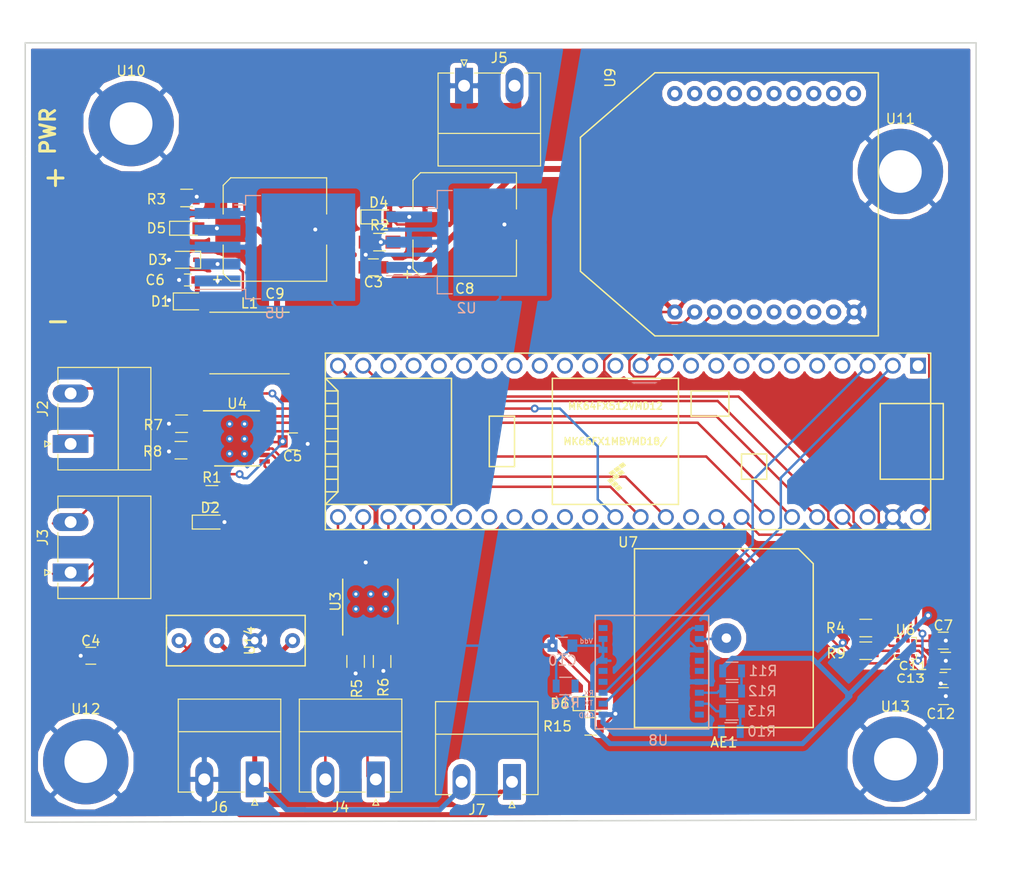
<source format=kicad_pcb>
(kicad_pcb (version 20171130) (host pcbnew "(5.0.2)-1")
  (layers (0 F.Cu signal) (31 B.Cu signal) (34 B.Paste user) (35 F.Paste user hide) (36 B.SilkS user) (37 F.SilkS user) (38 B.Mask user) (39 F.Mask user hide) (44 Edge.Cuts user))
  (net 0 "")
  (net 1 +12V)
  (net 2 GND)
  (net 3 +5V)
  (net 4 "Net-(C7-Pad1)")
  (net 5 +3V3)
  (net 6 "Net-(C12-Pad1)")
  (net 7 "Net-(D2-Pad1)")
  (net 8 "Net-(D3-Pad1)")
  (net 9 "Net-(D4-Pad1)")
  (net 10 "Net-(D5-Pad1)")
  (net 11 GPS_TXD)
  (net 12 "Net-(D6-Pad1)")
  (net 13 Motor1a)
  (net 14 Motor1b)
  (net 15 Motor2b)
  (net 16 Motor2a)
  (net 17 Collection1)
  (net 18 Collection2)
  (net 19 IMU_CS_Acc)
  (net 20 "Net-(R5-Pad1)")
  (net 21 "Net-(R6-Pad1)")
  (net 22 "Net-(R7-Pad1)")
  (net 23 "Net-(R8-Pad1)")
  (net 24 IMU_CS_Mag)
  (net 25 GPS_SCL)
  (net 26 GPS_SDA)
  (net 27 "Net-(R12-Pad1)")
  (net 28 "Net-(R13-Pad1)")
  (net 29 GPS_RESETN)
  (net 30 In1Collection)
  (net 31 In2Collection)
  (net 32 "Net-(U3-Pad14)")
  (net 33 CollTorqueControl)
  (net 34 "Net-(U3-Pad10)")
  (net 35 "Net-(U3-Pad9)")
  (net 36 CollFaultN)
  (net 37 "Net-(U3-Pad7)")
  (net 38 "Net-(U3-Pad5)")
  (net 39 nSleepAuger)
  (net 40 nSleepMotor)
  (net 41 MotorFaultN)
  (net 42 In3Motor2)
  (net 43 In4Motor2)
  (net 44 TorqueControl)
  (net 45 "Net-(U4-Pad14)")
  (net 46 In2Motor1)
  (net 47 In1Motor1)
  (net 48 IMU_INT2)
  (net 49 IMU_INT_M)
  (net 50 IMU_SCL)
  (net 51 IMU_INT1)
  (net 52 IMU_SDA)
  (net 53 "Net-(U7-Pad44)")
  (net 54 "Net-(U7-Pad17)")
  (net 55 "Net-(U7-Pad13)")
  (net 56 "Net-(U7-Pad45)")
  (net 57 "Net-(U7-Pad46)")
  (net 58 "Net-(U7-Pad40)")
  (net 59 GPS_RXD)
  (net 60 "Net-(U7-Pad2)")
  (net 61 "Net-(U7-Pad3)")
  (net 62 "Net-(U7-Pad4)")
  (net 63 "Net-(U7-Pad5)")
  (net 64 "Net-(U7-Pad6)")
  (net 65 "Net-(U7-Pad7)")
  (net 66 "Net-(U7-Pad8)")
  (net 67 "Net-(U7-Pad11)")
  (net 68 "Net-(U7-Pad47)")
  (net 69 nSleepColl)
  (net 70 "Net-(U7-Pad38)")
  (net 71 "Net-(U7-Pad37)")
  (net 72 "Net-(U7-Pad30)")
  (net 73 "Net-(U7-Pad29)")
  (net 74 "Net-(U7-Pad12)")
  (net 75 "Net-(U7-Pad41)")
  (net 76 "Net-(U7-Pad24)")
  (net 77 "Net-(U7-Pad28)")
  (net 78 "Net-(U7-Pad27)")
  (net 79 "Net-(U7-Pad26)")
  (net 80 "Net-(U7-Pad25)")
  (net 81 TransceiverTx)
  (net 82 TransceiverRx)
  (net 83 "Net-(U9-Pad4)")
  (net 84 "Net-(U9-Pad5)")
  (net 85 "Net-(U9-Pad6)")
  (net 86 "Net-(U9-Pad7)")
  (net 87 "Net-(U9-Pad8)")
  (net 88 "Net-(U9-Pad9)")
  (net 89 "Net-(U9-Pad13)")
  (net 90 "Net-(U9-Pad14)")
  (net 91 "Net-(U9-Pad20)")
  (net 92 "Net-(U9-Pad19)")
  (net 93 "Net-(U9-Pad18)")
  (net 94 "Net-(U9-Pad16)")
  (net 95 "Net-(U9-Pad17)")
  (net 96 "Net-(U9-Pad12)")
  (net 97 "Net-(U9-Pad11)")
  (net 98 "Net-(U9-Pad15)")
  (net 99 "Net-(AE1-Pad1)")
  (net 100 "Net-(TP5-Pad1)")
  (net 101 "Net-(TP4-Pad1)")
  (net 102 "Net-(TP3-Pad1)")
  (net 103 "Net-(TP1-Pad1)")
  (net 104 "Net-(TP2-Pad1)")
  (net 105 BatteryV)
  (net 106 "Net-(J7-Pad1)")
  (module Capacitors_SMD:C_0805 (layer F.Cu) (at 103.902 88.9 180)
    (fp_text reference C3 (at 0 -1.5 180) (layer F.SilkS))
    (fp_text value 0.47u)
    (pad 2 smd rect (at 1 0 180) (size 1 1.25) (layers F.Cu F.Paste F.Mask) (net 2 GND))
    (pad 1 smd rect (at -1 0 180) (size 1 1.25) (layers F.Cu F.Paste F.Mask) (net 3 +5V))
  )
  (module Capacitors_SMD:C_0805 (layer F.Cu) (at 75.438 128.016)
    (fp_text reference C4 (at 0 -1.5) (layer F.SilkS))
    (fp_text value 0.1u)
    (pad 2 smd rect (at 1 0) (size 1 1.25) (layers F.Cu F.Paste F.Mask) (net 1 +12V))
    (pad 1 smd rect (at -1 0) (size 1 1.25) (layers F.Cu F.Paste F.Mask) (net 2 GND))
  )
  (module Capacitors_SMD:C_0805 (layer F.Cu) (at 95.758 106.426 180)
    (fp_text reference C5 (at 0 -1.5 180) (layer F.SilkS))
    (fp_text value 0.1u)
    (pad 1 smd rect (at -1 0 180) (size 1 1.25) (layers F.Cu F.Paste F.Mask) (net 2 GND))
    (pad 2 smd rect (at 1 0 180) (size 1 1.25) (layers F.Cu F.Paste F.Mask) (net 1 +12V))
  )
  (module Capacitors_SMD:C_0603_HandSoldering (layer F.Cu) (at 85.217 90.17 180)
    (fp_text reference C6 (at 3.302 0 180) (layer F.SilkS))
    (fp_text value 100u)
    (pad 2 smd rect (at 0.95 0 180) (size 1.2 0.75) (layers F.Cu F.Paste F.Mask) (net 2 GND))
    (pad 1 smd rect (at -0.95 0 180) (size 1.2 0.75) (layers F.Cu F.Paste F.Mask) (net 1 +12V))
  )
  (module Capacitors_SMD:C_0805 (layer F.Cu) (at 161.29 126.492)
    (fp_text reference C7 (at 0 -1.524) (layer F.SilkS))
    (fp_text value 100n)
    (pad 2 smd rect (at 1 0) (size 1 1.25) (layers F.Cu F.Paste F.Mask) (net 2 GND))
    (pad 1 smd rect (at -1 0) (size 1 1.25) (layers F.Cu F.Paste F.Mask) (net 4 "Net-(C7-Pad1)"))
  )
  (module Capacitors_SMD:CP_Elec_10x10 (layer F.Cu) (at 113.094 84.582)
    (fp_text reference C8 (at 0 6.46) (layer F.SilkS))
    (fp_text value 33u)
    (fp_text user + (at -5.78 4.97) (layer F.SilkS))
    (pad 2 smd rect (at 4 0 180) (size 4 2.5) (layers F.Cu F.Paste F.Mask) (net 2 GND))
    (pad 1 smd rect (at -4 0 180) (size 4 2.5) (layers F.Cu F.Paste F.Mask) (net 5 +3V3))
  )
  (module Capacitors_SMD:CP_Elec_10x10 (layer F.Cu) (at 93.98 85.09)
    (fp_text reference C9 (at 0 6.46) (layer F.SilkS))
    (fp_text value 1000u)
    (fp_text user + (at -5.78 4.97) (layer F.SilkS))
    (pad 2 smd rect (at 4 0 180) (size 4 2.5) (layers F.Cu F.Paste F.Mask) (net 2 GND))
    (pad 1 smd rect (at -4 0 180) (size 4 2.5) (layers F.Cu F.Paste F.Mask) (net 3 +5V))
  )
  (module Capacitors_SMD:C_0805 (layer B.Cu) (at 122.936 127)
    (fp_text reference C10 (at 0 1.5) (layer B.SilkS) (effects (justify mirror)))
    (fp_text value 10u)
    (pad 1 smd rect (at -1 0) (size 1 1.25) (layers B.Cu B.Paste B.Mask) (net 2 GND))
    (pad 2 smd rect (at 1 0) (size 1 1.25) (layers B.Cu B.Paste B.Mask) (net 5 +3V3))
  )
  (module Capacitors_SMD:C_0805 (layer F.Cu) (at 161.528 128.524 180)
    (fp_text reference C11 (at 3.286 -0.508 180) (layer F.SilkS) (effects (font (size 0.8 1))))
    (fp_text value 100n)
    (pad 1 smd rect (at -1 0 180) (size 1 1.25) (layers F.Cu F.Paste F.Mask) (net 2 GND))
    (pad 2 smd rect (at 1 0 180) (size 1 1.25) (layers F.Cu F.Paste F.Mask) (net 5 +3V3))
  )
  (module Capacitors_SMD:C_0805 (layer F.Cu) (at 161.306 132.08)
    (fp_text reference C12 (at -0.27 1.778) (layer F.SilkS))
    (fp_text value 220n)
    (pad 2 smd rect (at 1 0) (size 1 1.25) (layers F.Cu F.Paste F.Mask) (net 2 GND))
    (pad 1 smd rect (at -1 0) (size 1 1.25) (layers F.Cu F.Paste F.Mask) (net 6 "Net-(C12-Pad1)"))
  )
  (module Capacitors_SMD:C_0603_HandSoldering (layer F.Cu) (at 161.29 130.302)
    (fp_text reference C13 (at -3.302 0) (layer F.SilkS) (effects (font (size 0.8 1))))
    (fp_text value 0.1u)
    (pad 1 smd rect (at -0.95 0) (size 1.2 0.75) (layers F.Cu F.Paste F.Mask) (net 2 GND))
    (pad 2 smd rect (at 0.95 0) (size 1.2 0.75) (layers F.Cu F.Paste F.Mask) (net 5 +3V3))
  )
  (module Diodes_SMD:D_SOD-323 (layer F.Cu) (at 85.251 92.329)
    (fp_text reference D1 (at -2.794 0) (layer F.SilkS))
    (fp_text value D)
    (pad 2 smd rect (at 1.05 0) (size 0.6 0.45) (layers F.Cu F.Paste F.Mask) (net 1 +12V))
    (pad 1 smd rect (at -1.05 0) (size 0.6 0.45) (layers F.Cu F.Paste F.Mask) (net 2 GND))
  )
  (module LEDs:LED_0805 (layer F.Cu) (at 87.46 114.554)
    (fp_text reference D2 (at 0 -1.45) (layer F.SilkS))
    (fp_text value LED)
    (pad 1 smd rect (at -1.1 0 180) (size 1.2 1.2) (layers F.Cu F.Paste F.Mask) (net 7 "Net-(D2-Pad1)"))
    (pad 2 smd rect (at 1.1 0 180) (size 1.2 1.2) (layers F.Cu F.Paste F.Mask) (net 2 GND))
  )
  (module Diodes_SMD:D_SOD-323 (layer F.Cu) (at 84.997 88.138 180)
    (fp_text reference D3 (at 2.828 0 180) (layer F.SilkS))
    (fp_text value D_Schottky)
    (pad 1 smd rect (at -1.05 0 180) (size 0.6 0.45) (layers F.Cu F.Paste F.Mask) (net 8 "Net-(D3-Pad1)"))
    (pad 2 smd rect (at 1.05 0 180) (size 0.6 0.45) (layers F.Cu F.Paste F.Mask) (net 2 GND))
  )
  (module LEDs:LED_0805 (layer F.Cu) (at 104.437 83.82)
    (fp_text reference D4 (at 0 -1.45) (layer F.SilkS))
    (fp_text value LED)
    (pad 2 smd rect (at 1.1 0 180) (size 1.2 1.2) (layers F.Cu F.Paste F.Mask) (net 5 +3V3))
    (pad 1 smd rect (at -1.1 0 180) (size 1.2 1.2) (layers F.Cu F.Paste F.Mask) (net 9 "Net-(D4-Pad1)"))
  )
  (module LEDs:LED_0805 (layer F.Cu) (at 85.174 84.963)
    (fp_text reference D5 (at -3.132 0) (layer F.SilkS))
    (fp_text value LED)
    (pad 1 smd rect (at -1.1 0 180) (size 1.2 1.2) (layers F.Cu F.Paste F.Mask) (net 10 "Net-(D5-Pad1)"))
    (pad 2 smd rect (at 1.1 0 180) (size 1.2 1.2) (layers F.Cu F.Paste F.Mask) (net 3 +5V))
  )
  (module LEDs:LED_0805 (layer F.Cu) (at 125.814 132.842)
    (fp_text reference D6 (at -3.132 0) (layer F.SilkS))
    (fp_text value LED)
    (pad 2 smd rect (at 1.1 0 180) (size 1.2 1.2) (layers F.Cu F.Paste F.Mask) (net 11 GPS_TXD))
    (pad 1 smd rect (at -1.1 0 180) (size 1.2 1.2) (layers F.Cu F.Paste F.Mask) (net 12 "Net-(D6-Pad1)"))
  )
  (module Connectors_Phoenix:PhoenixContact_MC-G_02x5.08mm_Angled (layer F.Cu) (at 73.406 106.68 90)
    (fp_text reference J2 (at 3.54 -2.8 90) (layer F.SilkS))
    (fp_text value Conn_01x02_Male)
    (pad 1 thru_hole rect (at 0 0 90) (size 1.8 3.6) (drill 1.2) (layers *.Cu *.Mask) (net 14 Motor1b))
    (pad 2 thru_hole oval (at 5.08 0 90) (size 1.8 3.6) (drill 1.2) (layers *.Cu *.Mask) (net 13 Motor1a))
  )
  (module Connectors_Phoenix:PhoenixContact_MC-G_02x5.08mm_Angled (layer F.Cu) (at 73.406 119.634 90)
    (fp_text reference J3 (at 3.54 -2.8 90) (layer F.SilkS))
    (fp_text value Conn_01x02_Male)
    (pad 2 thru_hole oval (at 5.08 0 90) (size 1.8 3.6) (drill 1.2) (layers *.Cu *.Mask) (net 15 Motor2b))
    (pad 1 thru_hole rect (at 0 0 90) (size 1.8 3.6) (drill 1.2) (layers *.Cu *.Mask) (net 16 Motor2a))
  )
  (module Connectors_Phoenix:PhoenixContact_MC-G_02x5.08mm_Angled (layer F.Cu) (at 104.14 140.462 180)
    (fp_text reference J4 (at 3.54 -2.8 180) (layer F.SilkS))
    (fp_text value Conn_01x02_Male)
    (pad 2 thru_hole oval (at 5.08 0 180) (size 1.8 3.6) (drill 1.2) (layers *.Cu *.Mask) (net 17 Collection1))
    (pad 1 thru_hole rect (at 0 0 180) (size 1.8 3.6) (drill 1.2) (layers *.Cu *.Mask) (net 18 Collection2))
  )
  (module Connectors_Phoenix:PhoenixContact_MC-G_02x5.08mm_Angled (layer F.Cu) (at 113.03 70.612)
    (fp_text reference J5 (at 3.54 -2.8) (layer F.SilkS))
    (fp_text value Conn_01x02_Male)
    (pad 1 thru_hole rect (at 0 0) (size 1.8 3.6) (drill 1.2) (layers *.Cu *.Mask) (net 2 GND))
    (pad 2 thru_hole oval (at 5.08 0) (size 1.8 3.6) (drill 1.2) (layers *.Cu *.Mask) (net 3 +5V))
  )
  (module Inductors_SMD:L_Taiyo-Yuden_NR-60xx_HandSoldering (layer F.Cu) (at 91.421 96.52)
    (fp_text reference L1 (at 0 -4) (layer F.SilkS))
    (fp_text value 100u)
    (pad 2 smd rect (at 2.775 0) (size 2.45 5.9) (layers F.Cu F.Paste F.Mask) (net 3 +5V))
    (pad 1 smd rect (at -2.775 0) (size 2.45 5.9) (layers F.Cu F.Paste F.Mask) (net 8 "Net-(D3-Pad1)"))
  )
  (module Resistors_SMD:R_0805_HandSoldering (layer F.Cu) (at 87.63 111.76)
    (fp_text reference R1 (at 0 -1.7) (layer F.SilkS))
    (fp_text value 1K)
    (pad 2 smd rect (at 1.35 0) (size 1.5 1.3) (layers F.Cu F.Paste F.Mask) (net 1 +12V))
    (pad 1 smd rect (at -1.35 0) (size 1.5 1.3) (layers F.Cu F.Paste F.Mask) (net 7 "Net-(D2-Pad1)"))
  )
  (module Resistors_SMD:R_0805_HandSoldering (layer F.Cu) (at 104.521 86.36)
    (fp_text reference R2 (at 0 -1.7) (layer F.SilkS))
    (fp_text value 500)
    (pad 1 smd rect (at -1.35 0) (size 1.5 1.3) (layers F.Cu F.Paste F.Mask) (net 9 "Net-(D4-Pad1)"))
    (pad 2 smd rect (at 1.35 0) (size 1.5 1.3) (layers F.Cu F.Paste F.Mask) (net 2 GND))
  )
  (module Resistors_SMD:R_0805 (layer F.Cu) (at 85.09 81.915)
    (fp_text reference R3 (at -3.048 0.127) (layer F.SilkS))
    (fp_text value 500)
    (pad 2 smd rect (at 0.95 0) (size 0.7 1.3) (layers F.Cu F.Paste F.Mask) (net 2 GND))
    (pad 1 smd rect (at -0.95 0) (size 0.7 1.3) (layers F.Cu F.Paste F.Mask) (net 10 "Net-(D5-Pad1)"))
  )
  (module Resistors_SMD:R_0805 (layer F.Cu) (at 153.482 125.222 180)
    (fp_text reference R4 (at 3.048 0 180) (layer F.SilkS))
    (fp_text value 10K)
    (pad 1 smd rect (at -0.95 0 180) (size 0.7 1.3) (layers F.Cu F.Paste F.Mask) (net 19 IMU_CS_Acc))
    (pad 2 smd rect (at 0.95 0 180) (size 0.7 1.3) (layers F.Cu F.Paste F.Mask) (net 5 +3V3))
  )
  (module Resistors_SMD:R_0805 (layer F.Cu) (at 102.108 128.59 270)
    (fp_text reference R5 (at 2.733 -0.127 270) (layer F.SilkS))
    (fp_text value 0.8)
    (pad 2 smd rect (at 0.95 0 270) (size 0.7 1.3) (layers F.Cu F.Paste F.Mask) (net 2 GND))
    (pad 1 smd rect (at -0.95 0 270) (size 0.7 1.3) (layers F.Cu F.Paste F.Mask) (net 20 "Net-(R5-Pad1)"))
  )
  (module Resistors_SMD:R_0805 (layer F.Cu) (at 104.775 128.59 270)
    (fp_text reference R6 (at 2.601 -0.127 270) (layer F.SilkS))
    (fp_text value 0.8)
    (pad 1 smd rect (at -0.95 0 270) (size 0.7 1.3) (layers F.Cu F.Paste F.Mask) (net 21 "Net-(R6-Pad1)"))
    (pad 2 smd rect (at 0.95 0 270) (size 0.7 1.3) (layers F.Cu F.Paste F.Mask) (net 2 GND))
  )
  (module Resistors_SMD:R_0805 (layer F.Cu) (at 84.582 104.648 180)
    (fp_text reference R7 (at 2.86 -0.127 180) (layer F.SilkS))
    (fp_text value 0.8)
    (pad 1 smd rect (at -0.95 0 180) (size 0.7 1.3) (layers F.Cu F.Paste F.Mask) (net 22 "Net-(R7-Pad1)"))
    (pad 2 smd rect (at 0.95 0 180) (size 0.7 1.3) (layers F.Cu F.Paste F.Mask) (net 2 GND))
  )
  (module Resistors_SMD:R_0805 (layer F.Cu) (at 84.521 107.315 180)
    (fp_text reference R8 (at 2.86 -0.127 180) (layer F.SilkS))
    (fp_text value 0.8)
    (pad 2 smd rect (at 0.95 0 180) (size 0.7 1.3) (layers F.Cu F.Paste F.Mask) (net 2 GND))
    (pad 1 smd rect (at -0.95 0 180) (size 0.7 1.3) (layers F.Cu F.Paste F.Mask) (net 23 "Net-(R8-Pad1)"))
  )
  (module Resistors_SMD:R_0805 (layer F.Cu) (at 153.482 127.508 180)
    (fp_text reference R9 (at 2.982 -0.254 180) (layer F.SilkS))
    (fp_text value 10K)
    (pad 2 smd rect (at 0.95 0 180) (size 0.7 1.3) (layers F.Cu F.Paste F.Mask) (net 5 +3V3))
    (pad 1 smd rect (at -0.95 0 180) (size 0.7 1.3) (layers F.Cu F.Paste F.Mask) (net 24 IMU_CS_Mag))
  )
  (module Resistors_SMD:R_0805 (layer B.Cu) (at 139.888 135.636)
    (fp_text reference R10 (at 3.114 0) (layer B.SilkS) (effects (justify mirror)))
    (fp_text value R_US)
    (pad 2 smd rect (at 0.95 0) (size 0.7 1.3) (layers B.Cu B.Paste B.Mask) (net 25 GPS_SCL))
    (pad 1 smd rect (at -0.95 0) (size 0.7 1.3) (layers B.Cu B.Paste B.Mask) (net 5 +3V3))
  )
  (module Resistors_SMD:R_0805 (layer B.Cu) (at 140.02 129.54)
    (fp_text reference R11 (at 3.114 0) (layer B.SilkS) (effects (justify mirror)))
    (fp_text value R_US)
    (pad 2 smd rect (at 0.95 0) (size 0.7 1.3) (layers B.Cu B.Paste B.Mask) (net 26 GPS_SDA))
    (pad 1 smd rect (at -0.95 0) (size 0.7 1.3) (layers B.Cu B.Paste B.Mask) (net 5 +3V3))
  )
  (module Resistors_SMD:R_0805 (layer B.Cu) (at 140.02 131.572)
    (fp_text reference R12 (at 3.048 0) (layer B.SilkS) (effects (justify mirror)))
    (fp_text value 22)
    (pad 1 smd rect (at -0.95 0) (size 0.7 1.3) (layers B.Cu B.Paste B.Mask) (net 27 "Net-(R12-Pad1)"))
    (pad 2 smd rect (at 0.95 0) (size 0.7 1.3) (layers B.Cu B.Paste B.Mask) (net 26 GPS_SDA))
  )
  (module Resistors_SMD:R_0805 (layer B.Cu) (at 140.02 133.604)
    (fp_text reference R13 (at 2.982 0) (layer B.SilkS) (effects (justify mirror)))
    (fp_text value 22)
    (pad 2 smd rect (at 0.95 0) (size 0.7 1.3) (layers B.Cu B.Paste B.Mask) (net 25 GPS_SCL))
    (pad 1 smd rect (at -0.95 0) (size 0.7 1.3) (layers B.Cu B.Paste B.Mask) (net 28 "Net-(R13-Pad1)"))
  )
  (module Resistors_SMD:R_0805 (layer B.Cu) (at 123.256 131.064)
    (fp_text reference R14 (at 0 1.65) (layer B.SilkS) (effects (justify mirror)))
    (fp_text value R_US)
    (pad 1 smd rect (at -0.95 0) (size 0.7 1.3) (layers B.Cu B.Paste B.Mask) (net 5 +3V3))
    (pad 2 smd rect (at 0.95 0) (size 0.7 1.3) (layers B.Cu B.Paste B.Mask) (net 29 GPS_RESETN))
  )
  (module Resistors_SMD:R_0805 (layer F.Cu) (at 125.796 135.128)
    (fp_text reference R15 (at -3.368 0) (layer F.SilkS))
    (fp_text value 500)
    (pad 1 smd rect (at -0.95 0) (size 0.7 1.3) (layers F.Cu F.Paste F.Mask) (net 12 "Net-(D6-Pad1)"))
    (pad 2 smd rect (at 0.95 0) (size 0.7 1.3) (layers F.Cu F.Paste F.Mask) (net 2 GND))
  )
  (module TO_SOT_Packages_SMD:TO-263-3_TabPin2 (layer B.Cu) (at 113.284 86.36)
    (fp_text reference U2 (at 0 6.65) (layer B.SilkS) (effects (justify mirror)))
    (fp_text value LM3940)
    (pad 2 smd rect (at 0.95 -2.775) (size 4.55 5.25) (layers B.Cu B.Paste) (net 2 GND))
    (pad 2 smd rect (at 5.8 2.775) (size 4.55 5.25) (layers B.Cu B.Paste) (net 2 GND))
    (pad 2 smd rect (at 0.95 2.775) (size 4.55 5.25) (layers B.Cu B.Paste) (net 2 GND))
    (pad 2 smd rect (at 5.8 -2.775) (size 4.55 5.25) (layers B.Cu B.Paste) (net 2 GND))
    (pad 2 smd rect (at 3.375 0) (size 9.4 10.8) (layers B.Cu B.Mask) (net 2 GND))
    (pad 3 smd rect (at -5.775 -2.54) (size 4.6 1.1) (layers B.Cu B.Paste B.Mask) (net 5 +3V3))
    (pad 2 smd rect (at -5.775 0) (size 4.6 1.1) (layers B.Cu B.Paste B.Mask) (net 2 GND))
    (pad 1 smd rect (at -5.775 2.54) (size 4.6 1.1) (layers B.Cu B.Paste B.Mask) (net 3 +5V))
  )
  (module Housings_SSOP:HTSSOP-16-1EP_4.4x5mm_Pitch0.65mm_ThermalVias (layer F.Cu) (at 103.632 122.555 90)
    (fp_text reference U3 (at 0 -3.55 90) (layer F.SilkS))
    (fp_text value DRV8847)
    (pad 17 thru_hole circle (at 0.75 1.5 90) (size 0.75 0.75) (drill 0.33) (layers *.Cu *.Mask))
    (pad 17 thru_hole circle (at -0.75 1.5 90) (size 0.75 0.75) (drill 0.33) (layers *.Cu *.Mask))
    (pad 17 thru_hole circle (at 0.75 0 90) (size 0.75 0.75) (drill 0.33) (layers *.Cu *.Mask))
    (pad 17 thru_hole circle (at -0.75 0 90) (size 0.75 0.75) (drill 0.33) (layers *.Cu *.Mask))
    (pad 17 thru_hole circle (at 0.75 -1.5 90) (size 0.75 0.75) (drill 0.33) (layers *.Cu *.Mask))
    (pad 17 thru_hole circle (at -0.75 -1.5 90) (size 0.75 0.75) (drill 0.33) (layers *.Cu *.Mask))
    (pad 17 smd rect (at 0 0 90) (size 3.4 5) (layers F.Cu F.Paste F.Mask))
    (pad 16 smd rect (at 2.775 -2.275 90) (size 1.05 0.45) (layers F.Cu F.Paste F.Mask) (net 30 In1Collection))
    (pad 15 smd rect (at 2.775 -1.625 90) (size 1.05 0.45) (layers F.Cu F.Paste F.Mask) (net 31 In2Collection))
    (pad 14 smd rect (at 2.775 -0.975 90) (size 1.05 0.45) (layers F.Cu F.Paste F.Mask) (net 32 "Net-(U3-Pad14)"))
    (pad 13 smd rect (at 2.775 -0.325 90) (size 1.05 0.45) (layers F.Cu F.Paste F.Mask) (net 2 GND))
    (pad 12 smd rect (at 2.775 0.325 90) (size 1.05 0.45) (layers F.Cu F.Paste F.Mask) (net 1 +12V))
    (pad 11 smd rect (at 2.775 0.975 90) (size 1.05 0.45) (layers F.Cu F.Paste F.Mask) (net 33 CollTorqueControl))
    (pad 10 smd rect (at 2.775 1.625 90) (size 1.05 0.45) (layers F.Cu F.Paste F.Mask) (net 34 "Net-(U3-Pad10)"))
    (pad 9 smd rect (at 2.775 2.275 90) (size 1.05 0.45) (layers F.Cu F.Paste F.Mask) (net 35 "Net-(U3-Pad9)"))
    (pad 8 smd rect (at -2.775 2.275 90) (size 1.05 0.45) (layers F.Cu F.Paste F.Mask) (net 36 CollFaultN))
    (pad 7 smd rect (at -2.775 1.625 90) (size 1.05 0.45) (layers F.Cu F.Paste F.Mask) (net 37 "Net-(U3-Pad7)"))
    (pad 6 smd rect (at -2.775 0.975 90) (size 1.05 0.45) (layers F.Cu F.Paste F.Mask) (net 21 "Net-(R6-Pad1)"))
    (pad 5 smd rect (at -2.775 0.325 90) (size 1.05 0.45) (layers F.Cu F.Paste F.Mask) (net 38 "Net-(U3-Pad5)"))
    (pad 4 smd rect (at -2.775 -0.325 90) (size 1.05 0.45) (layers F.Cu F.Paste F.Mask) (net 18 Collection2))
    (pad 3 smd rect (at -2.775 -0.975 90) (size 1.05 0.45) (layers F.Cu F.Paste F.Mask) (net 20 "Net-(R5-Pad1)"))
    (pad 2 smd rect (at -2.775 -1.625 90) (size 1.05 0.45) (layers F.Cu F.Paste F.Mask) (net 17 Collection1))
    (pad 1 smd rect (at -2.775 -2.275 90) (size 1.05 0.45) (layers F.Cu F.Paste F.Mask) (net 39 nSleepAuger))
  )
  (module Housings_SSOP:HTSSOP-16-1EP_4.4x5mm_Pitch0.65mm_ThermalVias (layer F.Cu) (at 90.17 106.172)
    (fp_text reference U4 (at 0 -3.55) (layer F.SilkS))
    (fp_text value DRV8847)
    (pad 1 smd rect (at -2.775 -2.275) (size 1.05 0.45) (layers F.Cu F.Paste F.Mask) (net 40 nSleepMotor))
    (pad 2 smd rect (at -2.775 -1.625) (size 1.05 0.45) (layers F.Cu F.Paste F.Mask) (net 13 Motor1a))
    (pad 3 smd rect (at -2.775 -0.975) (size 1.05 0.45) (layers F.Cu F.Paste F.Mask) (net 22 "Net-(R7-Pad1)"))
    (pad 4 smd rect (at -2.775 -0.325) (size 1.05 0.45) (layers F.Cu F.Paste F.Mask) (net 14 Motor1b))
    (pad 5 smd rect (at -2.775 0.325) (size 1.05 0.45) (layers F.Cu F.Paste F.Mask) (net 15 Motor2b))
    (pad 6 smd rect (at -2.775 0.975) (size 1.05 0.45) (layers F.Cu F.Paste F.Mask) (net 23 "Net-(R8-Pad1)"))
    (pad 7 smd rect (at -2.775 1.625) (size 1.05 0.45) (layers F.Cu F.Paste F.Mask) (net 16 Motor2a))
    (pad 8 smd rect (at -2.775 2.275) (size 1.05 0.45) (layers F.Cu F.Paste F.Mask) (net 41 MotorFaultN))
    (pad 9 smd rect (at 2.775 2.275) (size 1.05 0.45) (layers F.Cu F.Paste F.Mask) (net 42 In3Motor2))
    (pad 10 smd rect (at 2.775 1.625) (size 1.05 0.45) (layers F.Cu F.Paste F.Mask) (net 43 In4Motor2))
    (pad 11 smd rect (at 2.775 0.975) (size 1.05 0.45) (layers F.Cu F.Paste F.Mask) (net 44 TorqueControl))
    (pad 12 smd rect (at 2.775 0.325) (size 1.05 0.45) (layers F.Cu F.Paste F.Mask) (net 1 +12V))
    (pad 13 smd rect (at 2.775 -0.325) (size 1.05 0.45) (layers F.Cu F.Paste F.Mask) (net 2 GND))
    (pad 14 smd rect (at 2.775 -0.975) (size 1.05 0.45) (layers F.Cu F.Paste F.Mask) (net 45 "Net-(U4-Pad14)"))
    (pad 15 smd rect (at 2.775 -1.625) (size 1.05 0.45) (layers F.Cu F.Paste F.Mask) (net 46 In2Motor1))
    (pad 16 smd rect (at 2.775 -2.275) (size 1.05 0.45) (layers F.Cu F.Paste F.Mask) (net 47 In1Motor1))
    (pad 17 smd rect (at 0 0) (size 3.4 5) (layers F.Cu F.Paste F.Mask))
    (pad 17 thru_hole circle (at -0.75 -1.5) (size 0.75 0.75) (drill 0.33) (layers *.Cu *.Mask))
    (pad 17 thru_hole circle (at 0.75 -1.5) (size 0.75 0.75) (drill 0.33) (layers *.Cu *.Mask))
    (pad 17 thru_hole circle (at -0.75 0) (size 0.75 0.75) (drill 0.33) (layers *.Cu *.Mask))
    (pad 17 thru_hole circle (at 0.75 0) (size 0.75 0.75) (drill 0.33) (layers *.Cu *.Mask))
    (pad 17 thru_hole circle (at -0.75 1.5) (size 0.75 0.75) (drill 0.33) (layers *.Cu *.Mask))
    (pad 17 thru_hole circle (at 0.75 1.5) (size 0.75 0.75) (drill 0.33) (layers *.Cu *.Mask))
  )
  (module TO_SOT_Packages_SMD:TO-263-5_TabPin3 (layer B.Cu) (at 93.98 86.868)
    (fp_text reference U5 (at 0 6.65) (layer B.SilkS) (effects (justify mirror)))
    (fp_text value LM2576HVS-5)
    (pad 3 smd rect (at 0.95 -2.775) (size 4.55 5.25) (layers B.Cu B.Paste) (net 2 GND))
    (pad 3 smd rect (at 5.8 2.775) (size 4.55 5.25) (layers B.Cu B.Paste) (net 2 GND))
    (pad 3 smd rect (at 0.95 2.775) (size 4.55 5.25) (layers B.Cu B.Paste) (net 2 GND))
    (pad 3 smd rect (at 5.8 -2.775) (size 4.55 5.25) (layers B.Cu B.Paste) (net 2 GND))
    (pad 3 smd rect (at 3.375 0) (size 9.4 10.8) (layers B.Cu B.Mask) (net 2 GND))
    (pad 5 smd rect (at -5.775 -3.4) (size 4.6 1.1) (layers B.Cu B.Paste B.Mask) (net 2 GND))
    (pad 4 smd rect (at -5.775 -1.7) (size 4.6 1.1) (layers B.Cu B.Paste B.Mask) (net 3 +5V))
    (pad 3 smd rect (at -5.775 0) (size 4.6 1.1) (layers B.Cu B.Paste B.Mask) (net 2 GND))
    (pad 2 smd rect (at -5.775 1.7) (size 4.6 1.1) (layers B.Cu B.Paste B.Mask) (net 8 "Net-(D3-Pad1)"))
    (pad 1 smd rect (at -5.775 3.4) (size 4.6 1.1) (layers B.Cu B.Paste B.Mask) (net 1 +12V))
  )
  (module Housings_LGA:LGA-12_2x2mm_Pitch0.5mm (layer F.Cu) (at 157.4795 127.266)
    (fp_text reference U6 (at 0 -1.85) (layer F.SilkS))
    (fp_text value LSM303C)
    (pad 12 smd rect (at -0.25 -0.7625 90) (size 0.375 0.35) (layers F.Cu F.Paste F.Mask) (net 48 IMU_INT2))
    (pad 11 smd rect (at 0.25 -0.7625 90) (size 0.375 0.35) (layers F.Cu F.Paste F.Mask) (net 49 IMU_INT_M))
    (pad 6 smd rect (at 0.25 0.7625 90) (size 0.375 0.35) (layers F.Cu F.Paste F.Mask) (net 2 GND))
    (pad 5 smd rect (at -0.25 0.7625 90) (size 0.375 0.35) (layers F.Cu F.Paste F.Mask) (net 6 "Net-(C12-Pad1)"))
    (pad 10 smd rect (at 0.7625 -0.75) (size 0.375 0.35) (layers F.Cu F.Paste F.Mask) (net 4 "Net-(C7-Pad1)"))
    (pad 1 smd rect (at -0.7625 -0.75) (size 0.375 0.35) (layers F.Cu F.Paste F.Mask) (net 50 IMU_SCL))
    (pad 7 smd rect (at 0.7625 0.75) (size 0.375 0.35) (layers F.Cu F.Paste F.Mask) (net 51 IMU_INT1))
    (pad 4 smd rect (at -0.7625 0.75) (size 0.375 0.35) (layers F.Cu F.Paste F.Mask) (net 52 IMU_SDA))
    (pad 8 smd rect (at 0.7625 0.25) (size 0.375 0.35) (layers F.Cu F.Paste F.Mask) (net 2 GND))
    (pad 9 smd rect (at 0.7625 -0.25) (size 0.375 0.35) (layers F.Cu F.Paste F.Mask) (net 5 +3V3))
    (pad 3 smd rect (at -0.7625 0.25) (size 0.375 0.35) (layers F.Cu F.Paste F.Mask) (net 24 IMU_CS_Mag))
    (pad 2 smd rect (at -0.7625 -0.25) (size 0.375 0.35) (layers F.Cu F.Paste F.Mask) (net 19 IMU_CS_Acc))
  )
  (module XBeePro:XBeePro (layer F.Cu) (at 142.748 82.804 90)
    (fp_text reference U9 (at 13 -15 90) (layer F.SilkS))
    (fp_text value XBee-Pro)
    (pad 1 thru_hole circle (at -10.594878 -8.5 270) (size 1.524 1.524) (drill 0.762) (layers *.Cu *.Mask) (net 5 +3V3))
    (pad 2 thru_hole circle (at -10.594878 -6.5 270) (size 1.524 1.524) (drill 0.762) (layers *.Cu *.Mask) (net 81 TransceiverTx))
    (pad 3 thru_hole circle (at -10.594878 -4.5 270) (size 1.524 1.524) (drill 0.762) (layers *.Cu *.Mask) (net 82 TransceiverRx))
    (pad 4 thru_hole circle (at -10.594878 -2.5 270) (size 1.524 1.524) (drill 0.762) (layers *.Cu *.Mask) (net 83 "Net-(U9-Pad4)"))
    (pad 5 thru_hole circle (at -10.594878 -0.5 270) (size 1.524 1.524) (drill 0.762) (layers *.Cu *.Mask) (net 84 "Net-(U9-Pad5)"))
    (pad 6 thru_hole circle (at -10.594878 1.5 270) (size 1.5 1.5) (drill 0.762) (layers *.Cu *.Mask) (net 85 "Net-(U9-Pad6)"))
    (pad 7 thru_hole circle (at -10.594878 3.5 270) (size 1.5 1.5) (drill 0.762) (layers *.Cu *.Mask) (net 86 "Net-(U9-Pad7)"))
    (pad 8 thru_hole circle (at -10.594878 5.5 270) (size 1.5 1.5) (drill 0.762) (layers *.Cu *.Mask) (net 87 "Net-(U9-Pad8)"))
    (pad 9 thru_hole circle (at -10.594878 7.5 270) (size 1.524 1.524) (drill 0.762) (layers *.Cu *.Mask) (net 88 "Net-(U9-Pad9)"))
    (pad 10 thru_hole circle (at -10.594878 9.552685 270) (size 1.5 1.5) (drill 0.762) (layers *.Cu *.Mask) (net 2 GND))
    (pad 13 thru_hole circle (at 11.405122 5.5 90) (size 1.524 1.524) (drill 0.762) (layers *.Cu *.Mask) (net 89 "Net-(U9-Pad13)"))
    (pad 14 thru_hole circle (at 11.405122 3.5 90) (size 1.524 1.524) (drill 0.762) (layers *.Cu *.Mask) (net 90 "Net-(U9-Pad14)"))
    (pad 20 thru_hole circle (at 11.405122 -8.5 90) (size 1.524 1.524) (drill 0.762) (layers *.Cu *.Mask) (net 91 "Net-(U9-Pad20)"))
    (pad 19 thru_hole circle (at 11.405122 -6.5 90) (size 1.524 1.524) (drill 0.762) (layers *.Cu *.Mask) (net 92 "Net-(U9-Pad19)"))
    (pad 18 thru_hole circle (at 11.405122 -4.5 90) (size 1.524 1.524) (drill 0.762) (layers *.Cu *.Mask) (net 93 "Net-(U9-Pad18)"))
    (pad 16 thru_hole circle (at 11.405122 -0.5 90) (size 1.524 1.524) (drill 0.762) (layers *.Cu *.Mask) (net 94 "Net-(U9-Pad16)"))
    (pad 17 thru_hole circle (at 11.405122 -2.5 90) (size 1.524 1.524) (drill 0.762) (layers *.Cu *.Mask) (net 95 "Net-(U9-Pad17)"))
    (pad 12 thru_hole circle (at 11.405122 7.5 90) (size 1.524 1.524) (drill 0.762) (layers *.Cu *.Mask) (net 96 "Net-(U9-Pad12)"))
    (pad 11 thru_hole circle (at 11.405122 9.5 90) (size 1.524 1.524) (drill 0.762) (layers *.Cu *.Mask) (net 97 "Net-(U9-Pad11)"))
    (pad 15 thru_hole circle (at 11.405122 1.5 90) (size 1.524 1.524) (drill 0.762) (layers *.Cu *.Mask) (net 98 "Net-(U9-Pad15)"))
  )
  (module GPS:MAX-M8Q (layer B.Cu) (at 132.588 129.032 180)
    (fp_text reference U8 (at 0 -7.5 180) (layer B.SilkS) (effects (justify mirror)))
    (fp_text value MAX_M8)
    (fp_text user Vdd (at 7.25 2.5 180) (layer B.SilkS) (effects (font (size 0.5 0.5) (thickness 0.08)) (justify mirror)))
    (fp_text user GND (at 7.25 -5 180) (layer B.SilkS) (effects (font (size 0.5 0.5) (thickness 0.08)) (justify mirror)))
    (fp_text user RX (at 7 -2.75 180) (layer B.SilkS) (effects (font (size 0.5 0.5) (thickness 0.08)) (justify mirror)))
    (fp_text user TX (at 7 -3.75 180) (layer B.SilkS) (effects (font (size 0.5 0.5) (thickness 0.08)) (justify mirror)))
    (pad 1 smd rect (at 5.563327 -4.91) (size 0.9 0.6) (layers B.Cu B.Paste B.Mask) (net 2 GND))
    (pad 2 smd rect (at 5.563327 -3.81) (size 0.9 0.6) (layers B.Cu B.Paste B.Mask) (net 11 GPS_TXD))
    (pad 3 smd rect (at 5.563327 -2.71) (size 0.9 0.6) (layers B.Cu B.Paste B.Mask) (net 59 GPS_RXD))
    (pad 4 smd rect (at 5.563327 -1.61) (size 0.9 0.6) (layers B.Cu B.Paste B.Mask) (net 100 "Net-(TP5-Pad1)"))
    (pad 5 smd rect (at 5.563327 -0.51) (size 0.9 0.6) (layers B.Cu B.Paste B.Mask) (net 101 "Net-(TP4-Pad1)"))
    (pad 6 smd rect (at 5.563327 0.51) (size 0.9 0.6) (layers B.Cu B.Paste B.Mask) (net 5 +3V3))
    (pad 7 smd rect (at 5.563327 1.61) (size 0.9 0.6) (layers B.Cu B.Paste B.Mask) (net 5 +3V3))
    (pad 8 smd rect (at 5.563327 2.71) (size 0.9 0.6) (layers B.Cu B.Paste B.Mask) (net 5 +3V3))
    (pad 9 smd rect (at 5.563327 3.81) (size 0.9 0.6) (layers B.Cu B.Paste B.Mask))
    (pad 10 smd rect (at -4.136673 3.81 180) (size 0.9 0.6) (layers B.Cu B.Paste B.Mask) (net 2 GND))
    (pad 16 smd rect (at -4.136673 -2.71 180) (size 0.9 0.6) (layers B.Cu B.Paste B.Mask) (net 27 "Net-(R12-Pad1)"))
    (pad 11 smd rect (at -4.136673 2.71 180) (size 0.9 0.6) (layers B.Cu B.Paste B.Mask) (net 99 "Net-(AE1-Pad1)"))
    (pad 15 smd rect (at -4.136673 -1.61 180) (size 0.9 0.6) (layers B.Cu B.Paste B.Mask) (net 2 GND))
    (pad 12 smd rect (at -4.136673 1.61 180) (size 0.9 0.6) (layers B.Cu B.Paste B.Mask) (net 2 GND))
    (pad 17 smd rect (at -4.136673 -3.81 180) (size 0.9 0.6) (layers B.Cu B.Paste B.Mask) (net 28 "Net-(R13-Pad1)"))
    (pad 18 smd rect (at -4.136673 -4.91 180) (size 0.9 0.6) (layers B.Cu B.Paste B.Mask) (net 102 "Net-(TP3-Pad1)"))
    (pad 13 smd rect (at -4.136673 0.51 180) (size 0.9 0.6) (layers B.Cu B.Paste B.Mask) (net 103 "Net-(TP1-Pad1)"))
    (pad 14 smd rect (at -4.136673 -0.51 180) (size 0.9 0.6) (layers B.Cu B.Paste B.Mask) (net 104 "Net-(TP2-Pad1)"))
  )
  (module Teensy3.6:Teensy35_36 (layer F.Cu) (at 129.54 106.426 180)
    (fp_text reference U7 (at 0 -10.16 180) (layer F.SilkS))
    (fp_text value Teensy_3.6)
    (fp_text user MK64FX512VMD12 (at 1.27 3.556 180) (layer F.SilkS) (effects (font (size 0.7 0.7))))
    (fp_text user MK66FX1MBVMD18/ (at 1.27 0 180) (layer F.SilkS) (effects (font (size 0.7 0.7))))
    (pad 42 thru_hole circle (at -29.21 -7.62 180) (size 1.6 1.6) (drill 1.1) (layers *.Cu *.Mask) (net 3 +5V))
    (pad 43 thru_hole circle (at -26.67 -7.62 180) (size 1.6 1.6) (drill 1.1) (layers *.Cu *.Mask) (net 2 GND))
    (pad 44 thru_hole circle (at -24.13 -7.62 180) (size 1.6 1.6) (drill 1.1) (layers *.Cu *.Mask) (net 53 "Net-(U7-Pad44)"))
    (pad 23 thru_hole circle (at -21.59 -7.62 180) (size 1.6 1.6) (drill 1.1) (layers *.Cu *.Mask) (net 49 IMU_INT_M))
    (pad 22 thru_hole circle (at -19.05 -7.62 180) (size 1.6 1.6) (drill 1.1) (layers *.Cu *.Mask) (net 47 In1Motor1))
    (pad 21 thru_hole circle (at -16.51 -7.62 180) (size 1.6 1.6) (drill 1.1) (layers *.Cu *.Mask) (net 46 In2Motor1))
    (pad 20 thru_hole circle (at -13.97 -7.62 180) (size 1.6 1.6) (drill 1.1) (layers *.Cu *.Mask) (net 44 TorqueControl))
    (pad 19 thru_hole circle (at -11.43 -7.62 180) (size 1.6 1.6) (drill 1.1) (layers *.Cu *.Mask) (net 50 IMU_SCL))
    (pad 18 thru_hole circle (at -8.89 -7.62 180) (size 1.6 1.6) (drill 1.1) (layers *.Cu *.Mask) (net 52 IMU_SDA))
    (pad 17 thru_hole circle (at -6.35 -7.62 180) (size 1.6 1.6) (drill 1.1) (layers *.Cu *.Mask) (net 54 "Net-(U7-Pad17)"))
    (pad 16 thru_hole circle (at -3.81 -7.62 180) (size 1.6 1.6) (drill 1.1) (layers *.Cu *.Mask) (net 43 In4Motor2))
    (pad 15 thru_hole circle (at -1.27 -7.62 180) (size 1.6 1.6) (drill 1.1) (layers *.Cu *.Mask) (net 42 In3Motor2))
    (pad 14 thru_hole circle (at 1.27 -7.62 180) (size 1.6 1.6) (drill 1.1) (layers *.Cu *.Mask) (net 40 nSleepMotor))
    (pad 13 thru_hole circle (at 3.81 -7.62 180) (size 1.6 1.6) (drill 1.1) (layers *.Cu *.Mask) (net 55 "Net-(U7-Pad13)"))
    (pad 45 thru_hole circle (at 6.35 -7.62 180) (size 1.6 1.6) (drill 1.1) (layers *.Cu *.Mask) (net 56 "Net-(U7-Pad45)"))
    (pad 46 thru_hole circle (at 8.89 -7.62 180) (size 1.6 1.6) (drill 1.1) (layers *.Cu *.Mask) (net 57 "Net-(U7-Pad46)"))
    (pad 40 thru_hole rect (at -29.21 7.62 180) (size 1.6 1.6) (drill 1.1) (layers *.Cu *.Mask) (net 58 "Net-(U7-Pad40)"))
    (pad 0 thru_hole circle (at -26.67 7.62 180) (size 1.6 1.6) (drill 1.1) (layers *.Cu *.Mask) (net 11 GPS_TXD))
    (pad 1 thru_hole circle (at -24.13 7.62 180) (size 1.6 1.6) (drill 1.1) (layers *.Cu *.Mask) (net 59 GPS_RXD))
    (pad 2 thru_hole circle (at -21.59 7.62 180) (size 1.6 1.6) (drill 1.1) (layers *.Cu *.Mask) (net 60 "Net-(U7-Pad2)"))
    (pad 3 thru_hole circle (at -19.05 7.62 180) (size 1.6 1.6) (drill 1.1) (layers *.Cu *.Mask) (net 61 "Net-(U7-Pad3)"))
    (pad 4 thru_hole circle (at -16.51 7.62 180) (size 1.6 1.6) (drill 1.1) (layers *.Cu *.Mask) (net 62 "Net-(U7-Pad4)"))
    (pad 5 thru_hole circle (at -13.97 7.62 180) (size 1.6 1.6) (drill 1.1) (layers *.Cu *.Mask) (net 63 "Net-(U7-Pad5)"))
    (pad 6 thru_hole circle (at -11.43 7.62 180) (size 1.6 1.6) (drill 1.1) (layers *.Cu *.Mask) (net 64 "Net-(U7-Pad6)"))
    (pad 7 thru_hole circle (at -8.89 7.62 180) (size 1.6 1.6) (drill 1.1) (layers *.Cu *.Mask) (net 65 "Net-(U7-Pad7)"))
    (pad 8 thru_hole circle (at -6.35 7.62 180) (size 1.6 1.6) (drill 1.1) (layers *.Cu *.Mask) (net 66 "Net-(U7-Pad8)"))
    (pad 9 thru_hole circle (at -3.81 7.62 180) (size 1.6 1.6) (drill 1.1) (layers *.Cu *.Mask) (net 81 TransceiverTx))
    (pad 10 thru_hole circle (at -1.27 7.62 180) (size 1.6 1.6) (drill 1.1) (layers *.Cu *.Mask) (net 82 TransceiverRx))
    (pad 11 thru_hole circle (at 1.27 7.62 180) (size 1.6 1.6) (drill 1.1) (layers *.Cu *.Mask) (net 67 "Net-(U7-Pad11)"))
    (pad 47 thru_hole circle (at 11.43 -7.62 180) (size 1.6 1.6) (drill 1.1) (layers *.Cu *.Mask) (net 68 "Net-(U7-Pad47)"))
    (pad 39 thru_hole circle (at 13.97 -7.62 180) (size 1.6 1.6) (drill 1.1) (layers *.Cu *.Mask) (net 69 nSleepColl))
    (pad 38 thru_hole circle (at 16.51 -7.62 180) (size 1.6 1.6) (drill 1.1) (layers *.Cu *.Mask) (net 70 "Net-(U7-Pad38)"))
    (pad 37 thru_hole circle (at 19.05 -7.62 180) (size 1.6 1.6) (drill 1.1) (layers *.Cu *.Mask) (net 71 "Net-(U7-Pad37)"))
    (pad 36 thru_hole circle (at 21.59 -7.62 180) (size 1.6 1.6) (drill 1.1) (layers *.Cu *.Mask) (net 36 CollFaultN))
    (pad 35 thru_hole circle (at 24.13 -7.62 180) (size 1.6 1.6) (drill 1.1) (layers *.Cu *.Mask) (net 33 CollTorqueControl))
    (pad 34 thru_hole circle (at 26.67 -7.62 180) (size 1.6 1.6) (drill 1.1) (layers *.Cu *.Mask) (net 31 In2Collection))
    (pad 33 thru_hole circle (at 29.21 -7.62 180) (size 1.6 1.6) (drill 1.1) (layers *.Cu *.Mask) (net 30 In1Collection))
    (pad 32 thru_hole circle (at 29.21 7.62 180) (size 1.6 1.6) (drill 1.1) (layers *.Cu *.Mask) (net 48 IMU_INT2))
    (pad 31 thru_hole circle (at 26.67 7.62 180) (size 1.6 1.6) (drill 1.1) (layers *.Cu *.Mask) (net 51 IMU_INT1))
    (pad 30 thru_hole circle (at 24.13 7.62 180) (size 1.6 1.6) (drill 1.1) (layers *.Cu *.Mask) (net 72 "Net-(U7-Pad30)"))
    (pad 29 thru_hole circle (at 21.59 7.62 180) (size 1.6 1.6) (drill 1.1) (layers *.Cu *.Mask) (net 73 "Net-(U7-Pad29)"))
    (pad 12 thru_hole circle (at 3.81 7.62 180) (size 1.6 1.6) (drill 1.1) (layers *.Cu *.Mask) (net 74 "Net-(U7-Pad12)"))
    (pad 41 thru_hole circle (at 6.35 7.62 180) (size 1.6 1.6) (drill 1.1) (layers *.Cu *.Mask) (net 75 "Net-(U7-Pad41)"))
    (pad 24 thru_hole circle (at 8.89 7.62 180) (size 1.6 1.6) (drill 1.1) (layers *.Cu *.Mask) (net 76 "Net-(U7-Pad24)"))
    (pad 28 thru_hole circle (at 19.05 7.62 180) (size 1.6 1.6) (drill 1.1) (layers *.Cu *.Mask) (net 77 "Net-(U7-Pad28)"))
    (pad 27 thru_hole circle (at 16.51 7.62 180) (size 1.6 1.6) (drill 1.1) (layers *.Cu *.Mask) (net 78 "Net-(U7-Pad27)"))
    (pad 26 thru_hole circle (at 13.97 7.62 180) (size 1.6 1.6) (drill 1.1) (layers *.Cu *.Mask) (net 79 "Net-(U7-Pad26)"))
    (pad 25 thru_hole circle (at 11.43 7.62 180) (size 1.6 1.6) (drill 1.1) (layers *.Cu *.Mask) (net 80 "Net-(U7-Pad25)"))
  )
  (module GPS:GPS-antenna (layer F.Cu) (at 139.192 126.238)
    (fp_text reference AE1 (at 0 10.5) (layer F.SilkS))
    (fp_text value Antenna_Shield)
    (pad 1 thru_hole circle (at 0.25 0) (size 3 3) (drill 0.95) (layers *.Cu *.Mask) (net 99 "Net-(AE1-Pad1)"))
  )
  (module Mounting_Holes:MountingHole_4.3mm_M4_Pad (layer F.Cu) (at 79.502 74.422)
    (fp_text reference U10 (at 0 -5.3) (layer F.SilkS))
    (fp_text value MountingHoleGen)
    (pad 1 thru_hole circle (at 0 0) (size 8.6 8.6) (drill 4.3) (layers *.Cu *.Mask) (net 2 GND))
  )
  (module Mounting_Holes:MountingHole_4.3mm_M4_Pad (layer F.Cu) (at 156.972 79.248)
    (fp_text reference U11 (at 0 -5.3) (layer F.SilkS))
    (fp_text value MountingHoleGen)
    (pad 1 thru_hole circle (at 0 0) (size 8.6 8.6) (drill 4.3) (layers *.Cu *.Mask) (net 2 GND))
  )
  (module Mounting_Holes:MountingHole_4.3mm_M4_Pad (layer F.Cu) (at 74.93 138.684)
    (fp_text reference U12 (at 0 -5.3) (layer F.SilkS))
    (fp_text value MountingHoleGen)
    (pad 1 thru_hole circle (at 0 0) (size 8.6 8.6) (drill 4.3) (layers *.Cu *.Mask) (net 2 GND))
  )
  (module Mounting_Holes:MountingHole_4.3mm_M4_Pad (layer F.Cu) (at 156.464 138.43)
    (fp_text reference U13 (at 0 -5.3) (layer F.SilkS))
    (fp_text value MountingHoleGen)
    (pad 1 thru_hole circle (at 0 0) (size 8.6 8.6) (drill 4.3) (layers *.Cu *.Mask) (net 2 GND))
  )
  (module Connectors_Phoenix:PhoenixContact_MC-G_02x5.08mm_Angled (layer F.Cu) (at 91.948 140.462 180)
    (fp_text reference J6 (at 3.54 -2.8 180) (layer F.SilkS))
    (fp_text value Conn_01x02_Male)
    (pad 1 thru_hole rect (at 0 0 180) (size 1.8 3.6) (drill 1.2) (layers *.Cu *.Mask) (net 105 BatteryV))
    (pad 2 thru_hole oval (at 5.08 0 180) (size 1.8 3.6) (drill 1.2) (layers *.Cu *.Mask) (net 2 GND))
  )
  (module Connectors_Phoenix:PhoenixContact_MC-G_02x5.08mm_Angled (layer F.Cu) (at 117.856 140.716 180)
    (fp_text reference J7 (at 3.54 -2.8 180) (layer F.SilkS))
    (fp_text value Conn_01x02_Female)
    (pad 2 thru_hole oval (at 5.08 0 180) (size 1.8 3.6) (drill 1.2) (layers *.Cu *.Mask) (net 105 BatteryV))
    (pad 1 thru_hole rect (at 0 0 180) (size 1.8 3.6) (drill 1.2) (layers *.Cu *.Mask) (net 106 "Net-(J7-Pad1)"))
  )
  (module "Relay:Relay 3570" (layer F.Cu) (at 91.948 126.492 270)
    (fp_text reference U14 (at 0 0.5 270) (layer F.SilkS))
    (fp_text value Relay3570-1419)
    (pad 1 thru_hole circle (at 0 -3.81 270) (size 1.5 1.5) (drill 0.762) (layers *.Cu *.Mask) (net 105 BatteryV))
    (pad 2 thru_hole circle (at 0 0 270) (size 1.5 1.5) (drill 0.762) (layers *.Cu *.Mask) (net 2 GND))
    (pad 3 thru_hole circle (at 0 3.81 270) (size 1.5 1.5) (drill 0.762) (layers *.Cu *.Mask) (net 106 "Net-(J7-Pad1)"))
    (pad 4 thru_hole circle (at 0 7.62 270) (size 1.5 1.5) (drill 0.762) (layers *.Cu *.Mask) (net 1 +12V))
  )
  (gr_text - (at 72.136 94.234) (layer F.SilkS) (effects (font (size 2 2) (thickness 0.3))))
  (gr_text + (at 71.882 79.756) (layer F.SilkS) (effects (font (size 2 2) (thickness 0.3))))
  (gr_text PWR (at 71.12 75.184 90) (layer F.SilkS) (effects (font (size 1.5 1.5) (thickness 0.3))))
  (gr_line (start 68.834 66.294) (end 68.834 77.724) (layer Edge.Cuts) (width 0.15))
  (gr_line (start 69.342 66.294) (end 68.834 66.294) (layer Edge.Cuts) (width 0.15))
  (gr_line (start 164.592 66.294) (end 69.342 66.294) (layer Edge.Cuts) (width 0.15))
  (gr_line (start 164.592 144.526) (end 164.592 66.294) (layer Edge.Cuts) (width 0.15))
  (gr_line (start 68.834 144.78) (end 164.592 144.526) (layer Edge.Cuts) (width 0.15))
  (gr_line (start 68.834 77.724) (end 68.834 144.78) (layer Edge.Cuts) (width 0.15))
  (segment (start 94.687 106.497) (end 94.758 106.426) (width 0.25) (layer F.Cu) (net 1))
  (segment (start 92.945 106.497) (end 94.687 106.497) (width 0.25) (layer F.Cu) (net 1))
  (segment (start 85.942 90.17) (end 86.167 90.17) (width 0.5) (layer F.Cu) (net 1))
  (segment (start 86.167 92.195) (end 86.301 92.329) (width 0.5) (layer F.Cu) (net 1))
  (segment (start 86.167 90.17) (end 86.167 92.195) (width 0.5) (layer F.Cu) (net 1))
  (via (at 88.205 90.268) (size 0.8) (drill 0.4) (layers F.Cu B.Cu) (net 1))
  (segment (start 86.167 90.17) (end 88.107 90.17) (width 0.5) (layer F.Cu) (net 1))
  (segment (start 88.107 90.17) (end 88.205 90.268) (width 0.5) (layer F.Cu) (net 1))
  (via (at 94.758 106.426) (size 0.8) (drill 0.4) (layers F.Cu B.Cu) (net 1))
  (via (at 90.424 109.728) (size 0.8) (drill 0.4) (layers F.Cu B.Cu) (net 1))
  (segment (start 94.758 106.551) (end 94.758 106.426) (width 0.25) (layer B.Cu) (net 1))
  (segment (start 91.181001 110.127999) (end 94.758 106.551) (width 0.25) (layer B.Cu) (net 1))
  (segment (start 90.823999 110.127999) (end 91.181001 110.127999) (width 0.25) (layer B.Cu) (net 1))
  (segment (start 90.424 109.728) (end 90.823999 110.127999) (width 0.25) (layer B.Cu) (net 1))
  (segment (start 87.63 109.728) (end 90.424 109.728) (width 0.25) (layer F.Cu) (net 1))
  (segment (start 88.98 111.078) (end 88.98 111.76) (width 0.25) (layer F.Cu) (net 1))
  (segment (start 87.63 109.728) (end 88.98 111.078) (width 0.25) (layer F.Cu) (net 1))
  (segment (start 88.965998 101.6) (end 93.160315 101.6) (width 0.25) (layer F.Cu) (net 1))
  (segment (start 86.301 92.329) (end 86.301 98.935002) (width 0.25) (layer F.Cu) (net 1))
  (segment (start 94.758 102.632) (end 94.125999 101.999999) (width 0.25) (layer B.Cu) (net 1))
  (segment (start 94.125999 101.999999) (end 93.726 101.6) (width 0.25) (layer B.Cu) (net 1))
  (segment (start 94.758 106.426) (end 94.758 102.632) (width 0.25) (layer B.Cu) (net 1))
  (segment (start 93.160315 101.6) (end 93.726 101.6) (width 0.25) (layer F.Cu) (net 1))
  (segment (start 86.301 98.935002) (end 88.965998 101.6) (width 0.25) (layer F.Cu) (net 1))
  (via (at 93.726 101.6) (size 0.8) (drill 0.4) (layers F.Cu B.Cu) (net 1))
  (via (at 83.312 104.648) (size 0.8) (drill 0.4) (layers F.Cu B.Cu) (net 2))
  (via (at 83.312 107.442) (size 0.8) (drill 0.4) (layers F.Cu B.Cu) (net 2))
  (via (at 88.9 114.554) (size 0.8) (drill 0.4) (layers F.Cu B.Cu) (net 2))
  (via (at 84.328 90.17) (size 0.8) (drill 0.4) (layers F.Cu B.Cu) (net 2))
  (via (at 86.106 81.788) (size 0.8) (drill 0.4) (layers F.Cu B.Cu) (net 2))
  (via (at 98.044 85.09) (size 0.8) (drill 0.4) (layers F.Cu B.Cu) (net 2))
  (via (at 74.422 128.016) (size 0.8) (drill 0.4) (layers F.Cu B.Cu) (net 2))
  (via (at 102.108 129.794) (size 0.8) (drill 0.4) (layers F.Cu B.Cu) (net 2))
  (via (at 104.902 129.54) (size 0.8) (drill 0.4) (layers F.Cu B.Cu) (net 2))
  (via (at 117.094 84.582) (size 0.8) (drill 0.4) (layers F.Cu B.Cu) (net 2))
  (via (at 83.312 88.138) (size 0.8) (drill 0.4) (layers F.Cu B.Cu) (net 2))
  (segment (start 83.312 88.138) (end 83.947 88.138) (width 0.25) (layer F.Cu) (net 2))
  (via (at 83.312 92.202) (size 0.8) (drill 0.4) (layers F.Cu B.Cu) (net 2))
  (segment (start 84.074 92.202) (end 84.201 92.329) (width 0.25) (layer F.Cu) (net 2))
  (segment (start 83.312 92.202) (end 84.074 92.202) (width 0.25) (layer F.Cu) (net 2))
  (via (at 97.282 106.68) (size 0.8) (drill 0.4) (layers F.Cu B.Cu) (net 2))
  (segment (start 96.882001 106.280001) (end 97.282 106.68) (width 0.25) (layer F.Cu) (net 2))
  (segment (start 96.012 105.41) (end 96.882001 106.280001) (width 0.25) (layer F.Cu) (net 2))
  (segment (start 94.063998 105.41) (end 96.012 105.41) (width 0.25) (layer F.Cu) (net 2))
  (segment (start 93.626998 105.847) (end 94.063998 105.41) (width 0.25) (layer F.Cu) (net 2))
  (segment (start 92.945 105.847) (end 93.626998 105.847) (width 0.25) (layer F.Cu) (net 2))
  (via (at 128.27 133.858) (size 0.8) (drill 0.4) (layers F.Cu B.Cu) (net 2))
  (segment (start 126.746 135.128) (end 127 135.128) (width 0.25) (layer F.Cu) (net 2))
  (segment (start 127 135.128) (end 128.27 133.858) (width 0.25) (layer F.Cu) (net 2))
  (via (at 161.544 128.524) (size 0.8) (drill 0.4) (layers F.Cu B.Cu) (net 2))
  (via (at 161.544 132.08) (size 0.8) (drill 0.4) (layers F.Cu B.Cu) (net 2))
  (via (at 161.544 126.492) (size 0.8) (drill 0.4) (layers F.Cu B.Cu) (net 2))
  (segment (start 161.544 126.492) (end 162.29 126.492) (width 0.25) (layer F.Cu) (net 2))
  (segment (start 161.544 128.524) (end 162.274 128.524) (width 0.25) (layer F.Cu) (net 2))
  (segment (start 161.544 132.08) (end 162.306 132.08) (width 0.25) (layer F.Cu) (net 2))
  (segment (start 159.49 130.302) (end 160.34 130.302) (width 0.25) (layer F.Cu) (net 2))
  (segment (start 159.004 129.816) (end 159.49 130.302) (width 0.25) (layer F.Cu) (net 2))
  (segment (start 159.004 129.794) (end 159.004 129.816) (width 0.25) (layer F.Cu) (net 2))
  (segment (start 157.7295 128.5195) (end 159.004 129.794) (width 0.25) (layer F.Cu) (net 2))
  (segment (start 157.7295 128.0285) (end 157.7295 128.5195) (width 0.25) (layer F.Cu) (net 2))
  (segment (start 160.115 130.302) (end 160.34 130.302) (width 0.25) (layer F.Cu) (net 2))
  (segment (start 159.49 129.677) (end 160.115 130.302) (width 0.25) (layer F.Cu) (net 2))
  (segment (start 159.49 128.181692) (end 159.49 129.677) (width 0.25) (layer F.Cu) (net 2))
  (segment (start 158.824308 127.516) (end 159.49 128.181692) (width 0.25) (layer F.Cu) (net 2))
  (segment (start 158.242 127.516) (end 158.824308 127.516) (width 0.25) (layer F.Cu) (net 2))
  (via (at 103.124 118.618) (size 0.8) (drill 0.4) (layers F.Cu B.Cu) (net 2))
  (segment (start 103.307 118.801) (end 103.124 118.618) (width 0.25) (layer F.Cu) (net 2))
  (segment (start 103.307 119.78) (end 103.307 118.801) (width 0.25) (layer F.Cu) (net 2))
  (via (at 103.124 87.63) (size 0.8) (drill 0.4) (layers F.Cu B.Cu) (net 2))
  (segment (start 102.902 87.852) (end 103.124 87.63) (width 0.25) (layer F.Cu) (net 2))
  (segment (start 102.902 88.9) (end 102.902 87.852) (width 0.25) (layer F.Cu) (net 2))
  (via (at 104.648 86.36) (size 0.8) (drill 0.4) (layers F.Cu B.Cu) (net 2))
  (segment (start 104.648 86.36) (end 105.871 86.36) (width 0.25) (layer F.Cu) (net 2))
  (segment (start 99.78 92.518) (end 100.076 92.814) (width 0.25) (layer B.Cu) (net 2))
  (segment (start 99.78 89.643) (end 99.78 92.518) (width 0.25) (layer B.Cu) (net 2))
  (segment (start 100.076 92.814) (end 100.076 93.726) (width 0.25) (layer B.Cu) (net 2))
  (segment (start 100.076 93.726) (end 99.822 93.98) (width 0.25) (layer B.Cu) (net 2))
  (segment (start 128.186 133.942) (end 128.27 133.858) (width 0.25) (layer B.Cu) (net 2))
  (segment (start 127.024673 133.942) (end 128.186 133.942) (width 0.25) (layer B.Cu) (net 2))
  (segment (start 136.574673 127.422) (end 136.724673 127.422) (width 0.25) (layer B.Cu) (net 2))
  (segment (start 135.636 126.483327) (end 136.574673 127.422) (width 0.25) (layer B.Cu) (net 2))
  (segment (start 135.636 125.610673) (end 135.636 126.483327) (width 0.25) (layer B.Cu) (net 2))
  (segment (start 136.024673 125.222) (end 135.636 125.610673) (width 0.25) (layer B.Cu) (net 2))
  (segment (start 136.724673 125.222) (end 136.024673 125.222) (width 0.25) (layer B.Cu) (net 2))
  (segment (start 107.442 127) (end 104.902 129.54) (width 0.25) (layer B.Cu) (net 2))
  (segment (start 121.936 127) (end 107.442 127) (width 0.25) (layer B.Cu) (net 2))
  (segment (start 125.639001 133.513001) (end 125.639001 130.719001) (width 0.25) (layer F.Cu) (net 2))
  (via (at 121.936 127) (size 0.8) (drill 0.4) (layers F.Cu B.Cu) (net 2))
  (segment (start 125.639001 130.719001) (end 121.936 127.016) (width 0.25) (layer F.Cu) (net 2))
  (segment (start 121.936 127.016) (end 121.936 127) (width 0.25) (layer F.Cu) (net 2))
  (segment (start 125.984 133.858) (end 128.27 133.858) (width 0.25) (layer F.Cu) (net 2))
  (segment (start 125.639001 133.513001) (end 125.984 133.858) (width 0.25) (layer F.Cu) (net 2))
  (segment (start 102.87 101.346) (end 103.632 102.108) (width 0.25) (layer B.Cu) (net 2))
  (segment (start 103.857001 119.680001) (end 103.957 119.78) (width 0.25) (layer F.Cu) (net 1))
  (segment (start 76.438 127.141) (end 76.438 128.016) (width 0.25) (layer F.Cu) (net 1))
  (segment (start 73.612999 124.315999) (end 76.438 127.141) (width 0.25) (layer F.Cu) (net 1))
  (segment (start 73.612999 121.967001) (end 73.612999 124.315999) (width 0.25) (layer F.Cu) (net 1))
  (segment (start 87.63 109.728) (end 85.852 109.728) (width 0.25) (layer F.Cu) (net 1))
  (segment (start 85.852 109.728) (end 73.612999 121.967001) (width 0.25) (layer F.Cu) (net 1))
  (segment (start 85.077999 127.632999) (end 84.948998 127.762) (width 0.25) (layer F.Cu) (net 1))
  (segment (start 85.077999 127.241999) (end 85.077999 127.632999) (width 0.25) (layer F.Cu) (net 1))
  (segment (start 84.328 126.492) (end 85.077999 127.241999) (width 0.25) (layer F.Cu) (net 1))
  (segment (start 89.788 122.81) (end 84.948998 127.649002) (width 0.5) (layer F.Cu) (net 1))
  (segment (start 104.159999 118.802001) (end 104.159999 113.303999) (width 0.5) (layer F.Cu) (net 1))
  (segment (start 104.159999 113.303999) (end 103.378 112.522) (width 0.5) (layer F.Cu) (net 1))
  (segment (start 103.378 112.522) (end 97.282 112.522) (width 0.5) (layer F.Cu) (net 1))
  (segment (start 97.282 112.522) (end 89.788 120.016) (width 0.5) (layer F.Cu) (net 1))
  (segment (start 89.788 120.016) (end 89.788 122.81) (width 0.5) (layer F.Cu) (net 1))
  (segment (start 84.582 128.016) (end 76.438 128.016) (width 0.5) (layer F.Cu) (net 1))
  (segment (start 84.948998 127.649002) (end 84.582 128.016) (width 0.5) (layer F.Cu) (net 1))
  (segment (start 103.957 119.005) (end 104.159999 118.802001) (width 0.5) (layer F.Cu) (net 1))
  (segment (start 103.957 119.78) (end 103.957 119.005) (width 0.5) (layer F.Cu) (net 1))
  (segment (start 116.659 92.01) (end 114.689 93.98) (width 0.25) (layer B.Cu) (net 2))
  (segment (start 116.659 86.36) (end 116.659 92.01) (width 0.25) (layer B.Cu) (net 2))
  (segment (start 114.689 93.98) (end 111.76 93.98) (width 0.25) (layer B.Cu) (net 2))
  (segment (start 161.036 130.81) (end 160.34 130.302) (width 0.25) (layer F.Cu) (net 2))
  (via (at 161.036 130.81) (size 0.8) (drill 0.4) (layers F.Cu B.Cu) (net 2))
  (via (at 107.509 88.9) (size 0.8) (drill 0.4) (layers F.Cu B.Cu) (net 3))
  (segment (start 108.746002 88.9) (end 107.509 88.9) (width 0.4) (layer F.Cu) (net 3))
  (segment (start 118.491 79.155002) (end 108.746002 88.9) (width 0.6) (layer F.Cu) (net 3))
  (segment (start 104.902 88.9) (end 107.509 88.9) (width 0.4) (layer F.Cu) (net 3))
  (segment (start 89.853 84.963) (end 89.98 85.09) (width 0.25) (layer F.Cu) (net 3))
  (segment (start 86.274 84.963) (end 88.138 84.963) (width 0.25) (layer F.Cu) (net 3))
  (segment (start 141.438002 78.994) (end 118.491 78.994) (width 0.6) (layer F.Cu) (net 3))
  (segment (start 160.050001 97.605999) (end 141.438002 78.994) (width 0.6) (layer F.Cu) (net 3))
  (segment (start 160.050001 112.745999) (end 160.050001 97.605999) (width 0.6) (layer F.Cu) (net 3))
  (segment (start 158.75 114.046) (end 160.050001 112.745999) (width 0.6) (layer F.Cu) (net 3))
  (segment (start 118.491 78.994) (end 118.491 79.155002) (width 0.4) (layer F.Cu) (net 3))
  (segment (start 118.491 72.644) (end 118.491 78.994) (width 0.6) (layer F.Cu) (net 3))
  (segment (start 118.491 69.469) (end 118.491 72.644) (width 0.6) (layer F.Cu) (net 3))
  (segment (start 89.98 81.724) (end 89.98 85.09) (width 0.6) (layer F.Cu) (net 3))
  (segment (start 118.491 72.644) (end 99.06 72.644) (width 0.6) (layer F.Cu) (net 3))
  (segment (start 99.06 72.644) (end 89.98 81.724) (width 0.6) (layer F.Cu) (net 3))
  (segment (start 94.196 96.52) (end 94.196 94.795) (width 0.25) (layer F.Cu) (net 3))
  (segment (start 94.196 93.32) (end 94.196 96.52) (width 0.6) (layer F.Cu) (net 3))
  (segment (start 94.196 87.056) (end 94.196 93.32) (width 0.6) (layer F.Cu) (net 3))
  (segment (start 92.23 85.09) (end 94.196 87.056) (width 0.6) (layer F.Cu) (net 3))
  (segment (start 89.98 85.09) (end 92.23 85.09) (width 0.6) (layer F.Cu) (net 3))
  (segment (start 88.138 84.963) (end 89.853 84.963) (width 0.25) (layer F.Cu) (net 3))
  (via (at 88.138 84.963) (size 0.8) (drill 0.4) (layers F.Cu B.Cu) (net 3))
  (segment (start 160.266 126.516) (end 160.29 126.492) (width 0.25) (layer F.Cu) (net 4))
  (segment (start 158.242 126.516) (end 160.266 126.516) (width 0.25) (layer F.Cu) (net 4))
  (segment (start 160.274 128.649) (end 160.274 128.524) (width 0.25) (layer F.Cu) (net 5))
  (segment (start 161.927 130.302) (end 160.274 128.649) (width 0.25) (layer F.Cu) (net 5))
  (segment (start 162.24 130.302) (end 161.927 130.302) (width 0.25) (layer F.Cu) (net 5))
  (segment (start 126.602673 127) (end 127.024673 127.422) (width 0.25) (layer B.Cu) (net 5))
  (segment (start 123.936 127) (end 126.602673 127) (width 0.25) (layer B.Cu) (net 5))
  (segment (start 127.024673 127.422) (end 127.024673 128.522) (width 0.25) (layer B.Cu) (net 5))
  (segment (start 123.936 127.125) (end 123.936 127) (width 0.25) (layer B.Cu) (net 5))
  (segment (start 123.186 127.875) (end 123.936 127.125) (width 0.25) (layer B.Cu) (net 5))
  (segment (start 123.061 127.875) (end 123.186 127.875) (width 0.25) (layer B.Cu) (net 5))
  (segment (start 122.306 128.63) (end 123.061 127.875) (width 0.25) (layer B.Cu) (net 5))
  (segment (start 122.306 131.064) (end 122.306 128.63) (width 0.25) (layer B.Cu) (net 5))
  (segment (start 127.024673 128.522) (end 127.76 128.522) (width 0.25) (layer B.Cu) (net 5))
  (segment (start 127.76 128.522) (end 127.762 128.524) (width 0.25) (layer B.Cu) (net 5))
  (segment (start 127.76 128.522) (end 126.709671 128.522) (width 0.25) (layer B.Cu) (net 5))
  (segment (start 138.938 135.89) (end 138.938 136.865001) (width 0.25) (layer B.Cu) (net 5))
  (segment (start 138.938 136.865001) (end 147.106999 136.865001) (width 0.5) (layer B.Cu) (net 5))
  (segment (start 139.07 129.24) (end 139.745001 128.564999) (width 0.5) (layer B.Cu) (net 5))
  (segment (start 139.07 129.54) (end 139.07 129.24) (width 0.25) (layer B.Cu) (net 5))
  (segment (start 147.106999 136.865001) (end 151.892 132.08) (width 0.5) (layer B.Cu) (net 5))
  (segment (start 106.299 84.582) (end 105.537 83.82) (width 0.25) (layer F.Cu) (net 5))
  (segment (start 109.094 84.582) (end 106.299 84.582) (width 0.25) (layer F.Cu) (net 5))
  (via (at 107.509 83.82) (size 0.8) (drill 0.4) (layers F.Cu B.Cu) (net 5))
  (segment (start 105.537 83.82) (end 107.509 83.82) (width 0.25) (layer F.Cu) (net 5))
  (segment (start 160.274 128.27) (end 160.274 128.524) (width 0.25) (layer F.Cu) (net 5))
  (segment (start 158.242 127.016) (end 159.02 127.016) (width 0.25) (layer F.Cu) (net 5))
  (segment (start 159.02 127.016) (end 160.274 128.27) (width 0.25) (layer F.Cu) (net 5))
  (segment (start 132.843248 93.726) (end 132.842 93.726) (width 0.25) (layer F.Cu) (net 5))
  (via (at 151.170152 126.705848) (size 0.8) (drill 0.4) (layers F.Cu B.Cu) (net 5))
  (segment (start 150.262153 127.105847) (end 148.59 128.778) (width 0.3) (layer B.Cu) (net 5))
  (segment (start 151.024153 127.105847) (end 150.262153 127.105847) (width 0.3) (layer B.Cu) (net 5))
  (segment (start 151.170152 126.705848) (end 150.770153 127.105847) (width 0.25) (layer B.Cu) (net 5))
  (segment (start 148.59 128.778) (end 151.892 132.08) (width 0.5) (layer B.Cu) (net 5))
  (segment (start 151.384 126.96) (end 151.384 126.746) (width 0.25) (layer F.Cu) (net 5))
  (segment (start 152.532 127.508) (end 151.932 127.508) (width 0.25) (layer F.Cu) (net 5))
  (segment (start 151.932 127.508) (end 151.384 126.96) (width 0.25) (layer F.Cu) (net 5))
  (segment (start 151.210304 126.746) (end 151.170152 126.705848) (width 0.25) (layer F.Cu) (net 5))
  (segment (start 151.384 126.746) (end 151.210304 126.746) (width 0.25) (layer F.Cu) (net 5))
  (via (at 159.766 123.952) (size 0.8) (drill 0.4) (layers F.Cu B.Cu) (net 5))
  (segment (start 151.638 132.08) (end 159.366001 124.351999) (width 0.5) (layer B.Cu) (net 5))
  (segment (start 159.366001 124.351999) (end 159.766 123.952) (width 0.5) (layer B.Cu) (net 5))
  (segment (start 163.320001 133.030001) (end 142.428001 133.030001) (width 0.25) (layer F.Cu) (net 5))
  (segment (start 163.131001 131.186283) (end 163.131001 132.965001) (width 0.25) (layer F.Cu) (net 5))
  (segment (start 163.115001 127.377001) (end 163.050001 127.442001) (width 0.25) (layer F.Cu) (net 5))
  (segment (start 154.795001 114.586001) (end 163.369001 123.160001) (width 0.25) (layer F.Cu) (net 5))
  (segment (start 154.795001 113.505999) (end 154.795001 114.586001) (width 0.25) (layer F.Cu) (net 5))
  (segment (start 163.050001 127.442001) (end 159.386719 127.442001) (width 0.25) (layer F.Cu) (net 5))
  (segment (start 134.248 93.398878) (end 132.01212 93.398878) (width 0.25) (layer F.Cu) (net 5))
  (segment (start 159.386719 127.442001) (end 163.131001 131.186283) (width 0.25) (layer F.Cu) (net 5))
  (segment (start 127.144999 98.265999) (end 127.144999 99.346001) (width 0.25) (layer F.Cu) (net 5))
  (segment (start 132.01212 93.398878) (end 127.144999 98.265999) (width 0.25) (layer F.Cu) (net 5))
  (segment (start 127.144999 99.346001) (end 128.180008 100.38101) (width 0.25) (layer F.Cu) (net 5))
  (segment (start 163.115001 123.160001) (end 163.115001 127.377001) (width 0.25) (layer F.Cu) (net 5))
  (segment (start 128.180008 100.38101) (end 141.670012 100.38101) (width 0.25) (layer F.Cu) (net 5))
  (segment (start 163.131001 132.965001) (end 163.066001 133.030001) (width 0.25) (layer F.Cu) (net 5))
  (segment (start 141.670012 100.38101) (end 154.795001 113.505999) (width 0.25) (layer F.Cu) (net 5))
  (segment (start 142.428001 133.030001) (end 138.938 129.54) (width 0.25) (layer F.Cu) (net 5))
  (segment (start 127.024673 127.991327) (end 127.024673 126.322) (width 0.25) (layer B.Cu) (net 5))
  (segment (start 126.492 128.524) (end 127.024673 127.991327) (width 0.25) (layer B.Cu) (net 5))
  (segment (start 127.721001 136.865001) (end 138.938 136.865001) (width 0.5) (layer B.Cu) (net 5))
  (segment (start 126.707671 128.524) (end 126.492 128.524) (width 0.5) (layer B.Cu) (net 5))
  (segment (start 126.709671 128.522) (end 126.707671 128.524) (width 0.5) (layer B.Cu) (net 5))
  (segment (start 125.984 135.128) (end 127.721001 136.865001) (width 0.5) (layer B.Cu) (net 5))
  (segment (start 126.492 128.524) (end 126.224001 128.791999) (width 0.5) (layer B.Cu) (net 5))
  (segment (start 126.224001 128.791999) (end 126.214672 128.791999) (width 0.5) (layer B.Cu) (net 5))
  (segment (start 126.214672 128.791999) (end 125.984 129.022671) (width 0.5) (layer B.Cu) (net 5))
  (segment (start 125.984 129.022671) (end 125.984 135.128) (width 0.5) (layer B.Cu) (net 5))
  (segment (start 148.082 128.27) (end 148.59 128.778) (width 0.5) (layer B.Cu) (net 5))
  (segment (start 139.745001 128.564999) (end 140.04 128.27) (width 0.5) (layer B.Cu) (net 5))
  (segment (start 140.04 128.27) (end 148.082 128.27) (width 0.5) (layer B.Cu) (net 5))
  (segment (start 157.2295 128.466) (end 157.2295 128.0285) (width 0.25) (layer F.Cu) (net 6))
  (segment (start 157.2295 128.8785) (end 157.2295 128.466) (width 0.25) (layer F.Cu) (net 6))
  (segment (start 160.306 131.955) (end 157.2295 128.8785) (width 0.25) (layer F.Cu) (net 6))
  (segment (start 160.306 132.08) (end 160.306 131.955) (width 0.25) (layer F.Cu) (net 6))
  (segment (start 86.28 114.474) (end 86.36 114.554) (width 0.25) (layer F.Cu) (net 7))
  (segment (start 86.28 111.76) (end 86.28 114.474) (width 0.25) (layer F.Cu) (net 7))
  (via (at 88.205 88.568) (size 0.8) (drill 0.4) (layers F.Cu B.Cu) (net 8))
  (segment (start 88.205 88.804) (end 88.205 88.568) (width 0.25) (layer F.Cu) (net 8))
  (segment (start 87.775 88.138) (end 88.205 88.568) (width 0.25) (layer F.Cu) (net 8))
  (segment (start 86.047 88.138) (end 87.775 88.138) (width 0.25) (layer F.Cu) (net 8))
  (segment (start 90.121 96.52) (end 88.646 96.52) (width 0.25) (layer F.Cu) (net 8))
  (segment (start 90.755 95.886) (end 90.121 96.52) (width 0.25) (layer F.Cu) (net 8))
  (segment (start 90.755 89.368) (end 90.755 95.886) (width 0.25) (layer F.Cu) (net 8))
  (segment (start 89.955 88.568) (end 90.755 89.368) (width 0.25) (layer F.Cu) (net 8))
  (segment (start 88.205 88.568) (end 89.955 88.568) (width 0.25) (layer F.Cu) (net 8))
  (segment (start 103.171 83.986) (end 103.337 83.82) (width 0.25) (layer F.Cu) (net 9))
  (segment (start 103.171 86.36) (end 103.171 83.986) (width 0.25) (layer F.Cu) (net 9))
  (segment (start 84.074 81.981) (end 84.14 81.915) (width 0.25) (layer F.Cu) (net 10))
  (segment (start 84.074 84.963) (end 84.074 81.981) (width 0.25) (layer F.Cu) (net 10))
  (segment (start 155.410001 99.605999) (end 156.21 98.806) (width 0.25) (layer B.Cu) (net 11))
  (segment (start 144.924999 110.091001) (end 155.410001 99.605999) (width 0.25) (layer B.Cu) (net 11))
  (segment (start 144.924999 115.091674) (end 144.924999 110.091001) (width 0.25) (layer B.Cu) (net 11))
  (segment (start 127.174673 132.842) (end 144.924999 115.091674) (width 0.25) (layer B.Cu) (net 11))
  (segment (start 127.024673 132.842) (end 127.174673 132.842) (width 0.25) (layer B.Cu) (net 11))
  (segment (start 124.846 132.974) (end 124.714 132.842) (width 0.25) (layer F.Cu) (net 12))
  (segment (start 124.846 135.128) (end 124.846 132.974) (width 0.25) (layer F.Cu) (net 12))
  (segment (start 73.932 101.092) (end 71.882 101.092) (width 0.25) (layer F.Cu) (net 13))
  (segment (start 83.561002 101.092) (end 73.932 101.092) (width 0.25) (layer F.Cu) (net 13))
  (segment (start 86.207001 103.737999) (end 83.561002 101.092) (width 0.25) (layer F.Cu) (net 13))
  (segment (start 86.207001 104.134001) (end 86.207001 103.737999) (width 0.25) (layer F.Cu) (net 13))
  (segment (start 86.62 104.547) (end 86.207001 104.134001) (width 0.25) (layer F.Cu) (net 13))
  (segment (start 87.395 104.547) (end 86.62 104.547) (width 0.25) (layer F.Cu) (net 13))
  (segment (start 72.207 105.847) (end 71.882 106.172) (width 0.25) (layer F.Cu) (net 14))
  (segment (start 87.395 105.847) (end 72.207 105.847) (width 0.25) (layer F.Cu) (net 14))
  (segment (start 86.62 106.497) (end 87.395 106.497) (width 0.25) (layer F.Cu) (net 15))
  (segment (start 86.462999 106.339999) (end 86.62 106.497) (width 0.25) (layer F.Cu) (net 15))
  (segment (start 82.019001 106.339999) (end 86.462999 106.339999) (width 0.25) (layer F.Cu) (net 15))
  (segment (start 73.678 114.681) (end 82.019001 106.339999) (width 0.25) (layer F.Cu) (net 15))
  (segment (start 71.628 114.681) (end 73.678 114.681) (width 0.25) (layer F.Cu) (net 15))
  (segment (start 86.62 107.797) (end 87.395 107.797) (width 0.25) (layer F.Cu) (net 16))
  (segment (start 74.656 119.761) (end 86.62 107.797) (width 0.25) (layer F.Cu) (net 16))
  (segment (start 71.628 119.761) (end 74.656 119.761) (width 0.25) (layer F.Cu) (net 16))
  (segment (start 99.06 138.92) (end 99.06 140.97) (width 0.25) (layer F.Cu) (net 17))
  (segment (start 99.06 129.052) (end 99.06 138.92) (width 0.25) (layer F.Cu) (net 17))
  (segment (start 102.007 126.105) (end 99.06 129.052) (width 0.25) (layer F.Cu) (net 17))
  (segment (start 102.007 125.33) (end 102.007 126.105) (width 0.25) (layer F.Cu) (net 17))
  (segment (start 103.307 140.137) (end 104.14 140.97) (width 0.25) (layer F.Cu) (net 18))
  (segment (start 103.307 125.33) (end 103.307 140.137) (width 0.25) (layer F.Cu) (net 18))
  (segment (start 154.432 125.522) (end 154.432 125.222) (width 0.25) (layer F.Cu) (net 19))
  (segment (start 155.926 127.016) (end 154.432 125.522) (width 0.25) (layer F.Cu) (net 19))
  (segment (start 156.717 127.016) (end 155.926 127.016) (width 0.25) (layer F.Cu) (net 19))
  (segment (start 102.657 126.105) (end 102.657 125.33) (width 0.25) (layer F.Cu) (net 20))
  (segment (start 102.657 126.491) (end 102.657 126.105) (width 0.25) (layer F.Cu) (net 20))
  (segment (start 102.108 127.04) (end 102.657 126.491) (width 0.25) (layer F.Cu) (net 20))
  (segment (start 102.108 127.64) (end 102.108 127.04) (width 0.25) (layer F.Cu) (net 20))
  (segment (start 104.607 127.472) (end 104.607 125.33) (width 0.25) (layer F.Cu) (net 21))
  (segment (start 104.775 127.64) (end 104.607 127.472) (width 0.25) (layer F.Cu) (net 21))
  (segment (start 86.081 105.197) (end 87.395 105.197) (width 0.25) (layer F.Cu) (net 22))
  (segment (start 85.532 104.648) (end 86.081 105.197) (width 0.25) (layer F.Cu) (net 22))
  (segment (start 85.639 107.147) (end 87.395 107.147) (width 0.25) (layer F.Cu) (net 23))
  (segment (start 85.471 107.315) (end 85.639 107.147) (width 0.25) (layer F.Cu) (net 23))
  (segment (start 154.44 127.516) (end 156.717 127.516) (width 0.25) (layer F.Cu) (net 24))
  (segment (start 154.432 127.508) (end 154.44 127.516) (width 0.25) (layer F.Cu) (net 24))
  (segment (start 140.838 133.736) (end 140.97 133.604) (width 0.25) (layer B.Cu) (net 25))
  (segment (start 140.838 135.89) (end 140.838 133.736) (width 0.25) (layer B.Cu) (net 25))
  (segment (start 140.97 131.572) (end 140.97 129.54) (width 0.25) (layer B.Cu) (net 26))
  (segment (start 136.724673 131.742) (end 138.514 131.742) (width 0.25) (layer B.Cu) (net 27))
  (segment (start 138.684 131.572) (end 139.07 131.572) (width 0.25) (layer B.Cu) (net 27))
  (segment (start 138.514 131.742) (end 138.684 131.572) (width 0.25) (layer B.Cu) (net 27))
  (segment (start 136.724673 132.842) (end 137.668 132.842) (width 0.25) (layer B.Cu) (net 28))
  (segment (start 138.43 133.604) (end 139.07 133.604) (width 0.25) (layer B.Cu) (net 28))
  (segment (start 137.668 132.842) (end 138.43 133.604) (width 0.25) (layer B.Cu) (net 28))
  (segment (start 100.882 119.78) (end 101.357 119.78) (width 0.25) (layer F.Cu) (net 30))
  (segment (start 100.33 119.228) (end 100.882 119.78) (width 0.25) (layer F.Cu) (net 30))
  (segment (start 100.33 114.046) (end 100.33 119.228) (width 0.25) (layer F.Cu) (net 30))
  (segment (start 102.007 119.005) (end 102.007 119.78) (width 0.25) (layer F.Cu) (net 31))
  (segment (start 102.007 116.04037) (end 102.007 119.005) (width 0.25) (layer F.Cu) (net 31))
  (segment (start 102.87 115.17737) (end 102.007 116.04037) (width 0.25) (layer F.Cu) (net 31))
  (segment (start 102.87 114.046) (end 102.87 115.17737) (width 0.25) (layer F.Cu) (net 31))
  (segment (start 104.607 119.78) (end 104.607 119.168188) (width 0.25) (layer F.Cu) (net 33))
  (segment (start 104.607 119.168188) (end 105.41 118.365188) (width 0.25) (layer F.Cu) (net 33))
  (segment (start 105.41 115.17737) (end 105.41 114.046) (width 0.25) (layer F.Cu) (net 33))
  (segment (start 105.41 118.365188) (end 105.41 115.17737) (width 0.25) (layer F.Cu) (net 33))
  (segment (start 107.95 115.17737) (end 107.95 114.046) (width 0.25) (layer F.Cu) (net 36))
  (segment (start 107.95 122.987) (end 107.95 115.17737) (width 0.25) (layer F.Cu) (net 36))
  (segment (start 105.907 125.03) (end 107.95 122.987) (width 0.25) (layer F.Cu) (net 36))
  (segment (start 105.907 125.33) (end 105.907 125.03) (width 0.25) (layer F.Cu) (net 36))
  (segment (start 87.695 103.897) (end 88.468 103.124) (width 0.25) (layer F.Cu) (net 40))
  (segment (start 87.395 103.897) (end 87.695 103.897) (width 0.25) (layer F.Cu) (net 40))
  (via (at 120.142 103.124) (size 0.8) (drill 0.4) (layers F.Cu B.Cu) (net 40))
  (segment (start 88.468 103.124) (end 120.142 103.124) (width 0.25) (layer F.Cu) (net 40))
  (segment (start 126.492 112.268) (end 128.27 114.046) (width 0.25) (layer B.Cu) (net 40))
  (segment (start 126.492 106.934) (end 126.492 112.268) (width 0.25) (layer B.Cu) (net 40))
  (segment (start 120.142 103.124) (end 122.682 103.124) (width 0.25) (layer B.Cu) (net 40))
  (segment (start 122.682 103.124) (end 126.492 106.934) (width 0.25) (layer B.Cu) (net 40))
  (segment (start 92.945 108.922) (end 95.021 110.998) (width 0.25) (layer F.Cu) (net 42))
  (segment (start 92.945 108.447) (end 92.945 108.922) (width 0.25) (layer F.Cu) (net 42))
  (segment (start 127.762 110.998) (end 130.81 114.046) (width 0.25) (layer F.Cu) (net 42))
  (segment (start 95.021 110.998) (end 127.762 110.998) (width 0.25) (layer F.Cu) (net 42))
  (segment (start 93.72 107.797) (end 95.905 109.982) (width 0.25) (layer F.Cu) (net 43))
  (segment (start 92.945 107.797) (end 93.72 107.797) (width 0.25) (layer F.Cu) (net 43))
  (segment (start 129.286 109.982) (end 133.35 114.046) (width 0.25) (layer F.Cu) (net 43))
  (segment (start 95.905 109.982) (end 129.286 109.982) (width 0.25) (layer F.Cu) (net 43))
  (segment (start 93.72 107.147) (end 94.523 107.95) (width 0.25) (layer F.Cu) (net 44))
  (segment (start 92.945 107.147) (end 93.72 107.147) (width 0.25) (layer F.Cu) (net 44))
  (segment (start 137.414 107.95) (end 143.51 114.046) (width 0.25) (layer F.Cu) (net 44))
  (segment (start 94.523 107.95) (end 137.414 107.95) (width 0.25) (layer F.Cu) (net 44))
  (segment (start 136.551 104.547) (end 146.05 114.046) (width 0.25) (layer F.Cu) (net 46))
  (segment (start 92.945 104.547) (end 136.551 104.547) (width 0.25) (layer F.Cu) (net 46))
  (segment (start 138.441 103.897) (end 148.59 114.046) (width 0.25) (layer F.Cu) (net 47))
  (segment (start 92.945 103.897) (end 138.441 103.897) (width 0.25) (layer F.Cu) (net 47))
  (segment (start 149.715001 113.505999) (end 138.571002 102.362) (width 0.25) (layer F.Cu) (net 48))
  (segment (start 149.715001 114.296003) (end 149.715001 113.505999) (width 0.25) (layer F.Cu) (net 48))
  (segment (start 103.886 102.362) (end 100.33 98.806) (width 0.25) (layer F.Cu) (net 48))
  (segment (start 138.571002 102.362) (end 103.886 102.362) (width 0.25) (layer F.Cu) (net 48))
  (segment (start 157.2295 121.810502) (end 157.226 121.807002) (width 0.25) (layer F.Cu) (net 48))
  (segment (start 157.2295 126.5035) (end 157.2295 121.810502) (width 0.25) (layer F.Cu) (net 48))
  (segment (start 157.226 121.807002) (end 149.715001 114.296003) (width 0.25) (layer F.Cu) (net 48))
  (segment (start 157.9835 120.8995) (end 151.13 114.046) (width 0.25) (layer F.Cu) (net 49))
  (segment (start 157.7295 126.066) (end 157.7295 126.5035) (width 0.25) (layer F.Cu) (net 49))
  (segment (start 157.7295 125.474912) (end 157.7295 126.066) (width 0.25) (layer F.Cu) (net 49))
  (segment (start 157.9835 125.220912) (end 157.7295 125.474912) (width 0.25) (layer F.Cu) (net 49))
  (segment (start 157.9835 120.8995) (end 157.9835 125.220912) (width 0.25) (layer F.Cu) (net 49))
  (segment (start 142.748 115.824) (end 140.97 114.046) (width 0.25) (layer F.Cu) (net 50))
  (segment (start 147.315002 115.824) (end 142.748 115.824) (width 0.25) (layer F.Cu) (net 50))
  (segment (start 156.717 125.225998) (end 156.713002 125.222) (width 0.25) (layer F.Cu) (net 50))
  (segment (start 156.717 126.516) (end 156.717 125.225998) (width 0.25) (layer F.Cu) (net 50))
  (segment (start 156.713002 125.222) (end 147.315002 115.824) (width 0.25) (layer F.Cu) (net 50))
  (via (at 158.754653 128.519347) (size 0.8) (drill 0.4) (layers F.Cu B.Cu) (net 51))
  (segment (start 158.242 128.016) (end 158.251306 128.016) (width 0.25) (layer F.Cu) (net 51))
  (segment (start 158.251306 128.016) (end 158.754653 128.519347) (width 0.25) (layer F.Cu) (net 51))
  (via (at 159.189998 125.791) (size 0.8) (drill 0.4) (layers F.Cu B.Cu) (net 51))
  (segment (start 159.007998 125.791) (end 159.189998 125.791) (width 0.25) (layer F.Cu) (net 51))
  (segment (start 159.189998 128.084002) (end 158.754653 128.519347) (width 0.25) (layer B.Cu) (net 51))
  (segment (start 159.189998 125.791) (end 159.189998 128.084002) (width 0.25) (layer B.Cu) (net 51))
  (segment (start 158.532999 125.134001) (end 159.189998 125.791) (width 0.25) (layer F.Cu) (net 51))
  (segment (start 105.975991 101.911991) (end 140.660993 101.911991) (width 0.25) (layer F.Cu) (net 51))
  (segment (start 140.660993 101.911991) (end 152.255001 113.505999) (width 0.25) (layer F.Cu) (net 51))
  (segment (start 152.255001 113.505999) (end 152.255001 114.534591) (width 0.25) (layer F.Cu) (net 51))
  (segment (start 152.255001 114.534591) (end 158.532999 120.812589) (width 0.25) (layer F.Cu) (net 51))
  (segment (start 102.87 98.806) (end 105.975991 101.911991) (width 0.25) (layer F.Cu) (net 51))
  (segment (start 158.532999 120.812589) (end 158.532999 125.134001) (width 0.25) (layer F.Cu) (net 51))
  (segment (start 156.2795 128.016) (end 155.5175 128.778) (width 0.25) (layer F.Cu) (net 52))
  (segment (start 156.717 128.016) (end 156.2795 128.016) (width 0.25) (layer F.Cu) (net 52))
  (segment (start 155.5175 128.778) (end 152.216998 128.778) (width 0.25) (layer F.Cu) (net 52))
  (segment (start 139.229999 115.537001) (end 140.208 116.515002) (width 0.25) (layer F.Cu) (net 52))
  (segment (start 139.229999 114.845999) (end 139.229999 115.537001) (width 0.25) (layer F.Cu) (net 52))
  (segment (start 138.43 114.046) (end 139.229999 114.845999) (width 0.25) (layer F.Cu) (net 52))
  (segment (start 152.470998 128.778) (end 140.208 116.515002) (width 0.25) (layer F.Cu) (net 52))
  (segment (start 140.208 116.515002) (end 140.024998 116.332) (width 0.25) (layer F.Cu) (net 52))
  (segment (start 152.870001 99.605999) (end 153.67 98.806) (width 0.25) (layer B.Cu) (net 59))
  (segment (start 142.095001 110.380999) (end 152.870001 99.605999) (width 0.25) (layer B.Cu) (net 59))
  (segment (start 142.095001 116.821672) (end 142.095001 110.380999) (width 0.25) (layer B.Cu) (net 59))
  (segment (start 127.174673 131.742) (end 142.095001 116.821672) (width 0.25) (layer B.Cu) (net 59))
  (segment (start 127.024673 131.742) (end 127.174673 131.742) (width 0.25) (layer B.Cu) (net 59))
  (segment (start 135.486001 94.160877) (end 136.248 93.398878) (width 0.25) (layer F.Cu) (net 81))
  (segment (start 135.160999 94.485879) (end 135.486001 94.160877) (width 0.25) (layer F.Cu) (net 81))
  (segment (start 133.465119 94.485879) (end 135.160999 94.485879) (width 0.25) (layer F.Cu) (net 81))
  (segment (start 129.684999 99.458999) (end 129.684999 98.265999) (width 0.25) (layer F.Cu) (net 81))
  (segment (start 129.684999 98.265999) (end 133.465119 94.485879) (width 0.25) (layer F.Cu) (net 81))
  (segment (start 132.224999 99.931001) (end 130.157001 99.931001) (width 0.25) (layer F.Cu) (net 81))
  (segment (start 130.157001 99.931001) (end 129.684999 99.458999) (width 0.25) (layer F.Cu) (net 81))
  (segment (start 133.35 98.806) (end 132.224999 99.931001) (width 0.25) (layer F.Cu) (net 81))
  (segment (start 137.486001 94.160877) (end 138.248 93.398878) (width 0.25) (layer F.Cu) (net 82))
  (segment (start 133.965879 97.680999) (end 137.486001 94.160877) (width 0.25) (layer F.Cu) (net 82))
  (segment (start 131.935001 97.680999) (end 133.965879 97.680999) (width 0.25) (layer F.Cu) (net 82))
  (segment (start 130.81 98.806) (end 131.935001 97.680999) (width 0.25) (layer F.Cu) (net 82))
  (segment (start 139.358 126.322) (end 139.442 126.238) (width 0.25) (layer B.Cu) (net 99))
  (segment (start 136.724673 126.322) (end 139.358 126.322) (width 0.25) (layer B.Cu) (net 99))
  (segment (start 91.948 130.302) (end 91.948 141.478) (width 0.5) (layer F.Cu) (net 105))
  (segment (start 95.758 126.492) (end 91.948 130.302) (width 0.5) (layer F.Cu) (net 105))
  (segment (start 112.388 141.732) (end 113.538 141.732) (width 0.25) (layer B.Cu) (net 105))
  (segment (start 110.592 143.528) (end 112.388 141.732) (width 0.5) (layer B.Cu) (net 105))
  (segment (start 91.948 141.478) (end 93.098 141.478) (width 0.5) (layer B.Cu) (net 105))
  (segment (start 97.01 143.51) (end 97.028 143.528) (width 0.25) (layer B.Cu) (net 105))
  (segment (start 95.13 143.51) (end 97.01 143.51) (width 0.5) (layer B.Cu) (net 105))
  (segment (start 110.592 143.528) (end 97.028 143.528) (width 0.5) (layer B.Cu) (net 105))
  (segment (start 95.13 143.51) (end 93.098 141.478) (width 0.5) (layer B.Cu) (net 105))
  (segment (start 116.706 141.732) (end 117.856 141.732) (width 0.25) (layer F.Cu) (net 106))
  (segment (start 114.42 144.018) (end 116.706 141.732) (width 0.5) (layer F.Cu) (net 106))
  (segment (start 90.424 144.018) (end 115.182 144.018) (width 0.5) (layer F.Cu) (net 106))
  (segment (start 89.154 142.748) (end 90.424 144.018) (width 0.5) (layer F.Cu) (net 106))
  (segment (start 88.138 126.492) (end 89.154 127.508) (width 0.5) (layer F.Cu) (net 106))
  (segment (start 89.154 127.508) (end 89.154 142.748) (width 0.5) (layer F.Cu) (net 106))
  (segment (start 116.84 141.732) (end 117.856 140.716) (width 0.25) (layer F.Cu) (net 106))
  (segment (start 116.706 141.732) (end 116.84 141.732) (width 0.25) (layer F.Cu) (net 106))
  (zone (net 5) (net_name +3V3) (layer F.Cu) (connect_pads (clearance 0.508)) (min_thickness 0.254) (fill yes (arc_segments 16) (thermal_gap 0.508) (thermal_bridge_width 0.508))
    (polygon (pts (xy 66.802 149.098) (xy 167.64 148.844) (xy 166.624 64.262) (xy 127.762 63.754) (xy 66.802 64.262)))
  )
  (zone (net 2) (net_name GND) (layer B.Cu) (connect_pads (clearance 0.508)) (min_thickness 0.254) (fill yes (arc_segments 16) (thermal_gap 0.508) (thermal_bridge_width 0.508))
    (polygon (pts (xy 66.548 61.976) (xy 123.698 62.738) (xy 109.474 150.114) (xy 66.294 150.114)))
  )
  (zone (net 2) (net_name GND) (layer B.Cu) (connect_pads (clearance 0.508)) (min_thickness 0.254) (fill yes (arc_segments 16) (thermal_gap 0.508) (thermal_bridge_width 0.508))
    (polygon (pts (xy 125.476 62.992) (xy 169.418 63.754) (xy 166.116 150.114) (xy 110.49 150.114)))
  )
)
</source>
